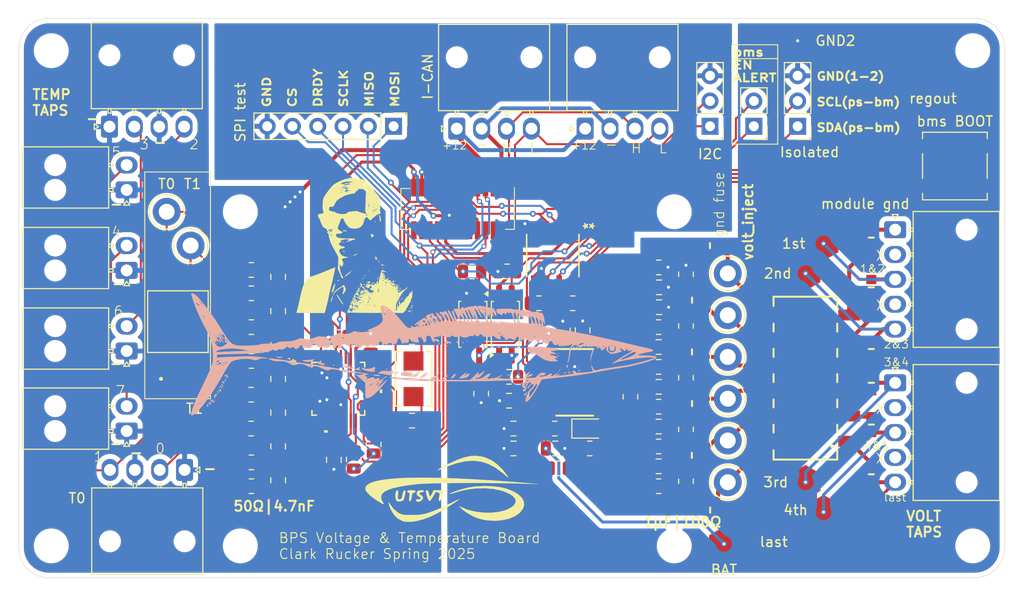
<source format=kicad_pcb>
(kicad_pcb (version 20241229) (generator "pcbnew") (generator_version "9.0")
  (title_block (title "BPS VoltTemp Board"))
  (layers (0 "F.Cu" signal) (2 "B.Cu" signal) (13 "F.Paste" user) (15 "B.Paste" user) (5 "F.SilkS" user "F.Silkscreen") (7 "B.SilkS" user "B.Silkscreen") (1 "F.Mask" user) (3 "B.Mask" user) (25 "Edge.Cuts" user))
  (net 0 "")
  (net 1 "GND")
  (net 2 "+3.3V")
  (net 3 "Net-(U6-CAP)")
  (net 4 "GNDA")
  (net 5 "+3.3VA")
  (net 6 "GND2")
  (net 7 "Net-(U2-CAP1)")
  (net 8 "/regout")
  (net 9 "Net-(U2-ALERT)")
  (net 10 "Net-(U2-REGSRC)")
  (net 11 "Net-(U2-BAT)")
  (net 12 "/VC1")
  (net 13 "/VC2")
  (net 14 "/VC3")
  (net 15 "/VC4")
  (net 16 "/VC0")
  (net 17 "/Thermistor town/AIN3")
  (net 18 "/Thermistor town/AIN4")
  (net 19 "/Thermistor town/AIN2")
  (net 20 "/Thermistor town/AIN0")
  (net 21 "/Thermistor town/AIN1")
  (net 22 "/Thermistor town/AIN5")
  (net 23 "/Thermistor town/xtal1")
  (net 24 "/Thermistor town/xtal2")
  (net 26 "/Thermistor town/AIN6")
  (net 27 "/3&4COM")
  (net 28 "/2&3COM")
  (net 30 "/Thermistor town/AIN7")
  (net 31 "/1&2COM")
  (net 32 "/Thermistor town/temp1")
  (net 33 "/Thermistor town/temp0")
  (net 34 "+12V")
  (net 35 "GNDPWR")
  (net 36 "/I-CAN_L")
  (net 37 "/I-CAN_H")
  (net 38 "/Thermistor town/temp3")
  (net 39 "/Thermistor town/temp2")
  (net 40 "/Thermistor town/temp4")
  (net 41 "/Thermistor town/temp5")
  (net 42 "/last_cell")
  (net 43 "Net-(D1-K)")
  (net 44 "/SYNC")
  (net 45 "/adCS")
  (net 46 "Net-(F1-Pad1)")
  (net 47 "Net-(C22-Pad1)")
  (net 48 "Net-(C23-Pad1)")
  (net 49 "/bmsEN")
  (net 50 "/bmsALERT")
  (net 51 "/VC5")
  (net 52 "/DRDY")
  (net 53 "/adSCLK")
  (net 54 "Net-(J1-Pin_5)")
  (net 55 "/adMOSI")
  (net 56 "Net-(J1-Pin_3)")
  (net 57 "/adMISO")
  (net 61 "/bmSDA")
  (net 62 "/bmSCL")
  (net 63 "Net-(J1-Pin_1)")
  (net 65 "/psSCL")
  (net 66 "/psSDA")
  (net 68 "Net-(J7-Pin_2)")
  (net 69 "Net-(J7-Pin_4)")
  (net 70 "Net-(R3-Pad2)")
  (net 71 "Net-(F2-Pad1)")
  (net 72 "Net-(R5-Pad2)")
  (net 73 "Net-(F3-Pad1)")
  (net 74 "Net-(J2-Pin_5)")
  (net 75 "Net-(J2-Pin_3)")
  (net 76 "Net-(F4-Pad1)")
  (net 77 "Net-(J2-Pin_1)")
  (net 78 "Net-(F5-Pad1)")
  (net 79 "Net-(F6-Pad1)")
  (net 80 "Net-(F7-Pad1)")
  (net 81 "Net-(F8-Pad1)")
  (net 82 "Net-(F9-Pad1)")
  (net 83 "/4&5COM")
  (net 84 "Net-(F10-Pad1)")
  (net 86 "Net-(F11-Pad1)")
  (net 87 "Net-(F12-Pad1)")
  (net 90 "/Thermistor town/temp6")
  (net 91 "/Thermistor town/temp7")
  (net 95 "/BMSboot")
  (footprint "Connector_Molex:Molex_Nano-Fit_105313-xx02_1x02_P2.50mm_Horizontal" (layer "F.Cu") (at 109.98 95 180)
    (property "Reference" "J10" (hide yes))
    (property "Value" "extratemp3")
  )
  (footprint "footprints:XTAL_ABM3-8.000MHZ-D2Y-T_ABR" (layer "F.Cu") (at 138.8 97.8 90)
    (property "Reference" "XTAL1" (hide yes))
    (property "Value" "ABM3-8.000MHZ-D2Y-T")
  )
  (footprint "Resistor_SMD:R_0805_2012Metric" (layer "F.Cu") (at 166.18 97.6875 90)
    (property "Reference" "R14" (hide yes))
    (property "Value" "0Ω")
  )
  (footprint "TestPoint:TestPoint_Keystone_5010-5014_Multipurpose" (layer "F.Cu") (at 114 81)
    (property "Reference" "T0")
    (property "Value" "temp0inject")
  )
  (footprint "Capacitor_SMD:C_0805_2012Metric" (layer "F.Cu") (at 163.43 106.6 180)
    (property "Reference" "C6" (hide yes))
    (property "Value" "1μF")
  )
  (footprint "Resistor_SMD:R_0805_2012Metric" (layer "F.Cu") (at 154.8 90.2)
    (property "Reference" "R9" (hide yes))
    (property "Value" "10kΩ")
  )
  (footprint "Resistor_SMD:R_0805_2012Metric" (layer "F.Cu") (at 166.18 92.4875 90)
    (property "Reference" "R15" (hide yes))
    (property "Value" "0Ω")
  )
  (footprint "MountingHole:MountingHole_3mm" (layer "F.Cu") (at 102.4 64.8)
    (property "Reference" "H1" (hide yes))
    (property "Value" "MountingHole")
  )
  (footprint "footprints:SOIC8_D_TEX" (layer "F.Cu") (at 152.8 85.4 -90)
    (property "Reference" "U4" (hide yes))
    (property "Value" "ISO1641BDR")
  )
  (footprint "UTSVT_Special:TestPoint_HEX_3mmID" (layer "F.Cu") (at 180 84.2)
    (property "Reference" "1st")
    (property "Value" "1&2 COM")
  )
  (footprint "footprints:SW_DS04-254-2-02BK-SMT-TR" (layer "F.Cu") (at 115.13 92.05 90)
    (property "Reference" "S2" (hide yes))
    (property "Value" "DS04-254-2-02BK-SMT-TR")
  )
  (footprint "Resistor_SMD:R_0805_2012Metric" (layer "F.Cu") (at 122.5125 89.2 180)
    (property "Reference" "R29" (hide yes))
    (property "Value" "50Ω")
  )
  (footprint "Capacitor_SMD:C_0805_2012Metric" (layer "F.Cu") (at 163.48 90.6 180)
    (property "Reference" "C10" (hide yes))
    (property "Value" "1μF")
  )
  (footprint "footprints:TQFP32_PBS_TEX" (layer "F.Cu") (at 131.25 98.8)
    (property "Reference" "U6" (hide yes))
    (property "Value" "ADS131M08QPBSRQ1")
  )
  (footprint "Capacitor_SMD:C_0805_2012Metric" (layer "F.Cu") (at 138.65 93.6 180)
    (property "Reference" "C22" (hide yes))
    (property "Value" "18pF")
  )
  (footprint "TestPoint:TestPoint_Keystone_5010-5014_Multipurpose" (layer "F.Cu") (at 170.38 99.8)
    (property "Reference" "TP11" (hide yes))
    (property "Value" "3&4inject")
  )
  (footprint "Resistor_SMD:R_0805_2012Metric" (layer "F.Cu") (at 122.5125 106.2 180)
    (property "Reference" "R24" (hide yes))
    (property "Value" "50Ω")
  )
  (footprint "UTSVT_Special:Hallock_Image_Tiny" (layer "F.Cu") (at 132.4 84.2)
    (property "Reference" "G***" (hide yes))
    (property "Value" "LOGO" (hide yes))
  )
  (footprint "Capacitor_SMD:C_0805_2012Metric" (layer "F.Cu") (at 125.2 108 -90)
    (property "Reference" "C12" (hide yes))
    (property "Value" "4.7nF")
  )
  (footprint "UTSVT_Special:ptc_fuse_FUSC1607X75N" (layer "F.Cu") (at 168.61 111 180)
    (property "Reference" "F7" (hide yes))
    (property "Value" "10mA" (hide yes))
  )
  (footprint "TestPoint:TestPoint_Keystone_5010-5014_Multipurpose" (layer "F.Cu") (at 170.38 91.4)
    (property "Reference" "TP13" (hide yes))
    (property "Value" "1&2inject")
  )
  (footprint "UTSVT_Special:ptc_fuse_FUSC1607X75N" (layer "F.Cu") (at 166.77 105.4875 180)
    (property "Reference" "F8" (hide yes))
    (property "Value" "10mA" (hide yes))
  )
  (footprint "UTSVT_Special:UTSVT_Logo_Symbol" (layer "F.Cu") (at 142.4 109)
    (property "Reference" "G***" (hide yes))
    (property "Value" "LOGO" (hide yes))
  )
  (footprint "Resistor_SMD:R_0805_2012Metric" (layer "F.Cu") (at 156.5125 104.8)
    (property "Reference" "R7" (hide yes))
    (property "Value" "1kΩ")
  )
  (footprint "Capacitor_SMD:C_0805_2012Metric" (layer "F.Cu") (at 163.48 88.6)
    (property "Reference" "C11" (hide yes))
    (property "Value" "1μF")
  )
  (footprint "Connector_Molex:Molex_Nano-Fit_105313-xx04_1x04_P2.50mm_Horizontal" (layer "F.Cu") (at 108.25 72.44 90)
    (property "Reference" "J8" (hide yes))
    (property "Value" "temptap1")
  )
  (footprint "MountingHole:MountingHole_3mm" (layer "F.Cu") (at 195 114.6)
    (property "Reference" "H1" (hide yes))
    (property "Value" "MountingHole")
  )
  (footprint "TestPoint:TestPoint_Keystone_5010-5014_Multipurpose" (layer "F.Cu") (at 170.38 104)
    (property "Reference" "TP10" (hide yes))
    (property "Value" "4&5inject")
  )
  (footprint "Resistor_SMD:R_0805_2012Metric" (layer "F.Cu") (at 163.4425 86.6)
    (property "Reference" "R22" (hide yes))
    (property "Value" "100Ω")
  )
  (footprint "Resistor_SMD:R_0805_2012Metric" (layer "F.Cu") (at 166.18 87.2875 90)
    (property "Reference" "R16" (hide yes))
    (property "Value" "0Ω")
  )
  (footprint "Resistor_SMD:R_0805_2012Metric" (layer "F.Cu") (at 153.8 92.9125 90)
    (property "Reference" "R2" (hide yes))
    (property "Value" "500kΩ")
  )
  (footprint "Resistor_SMD:R_0805_2012Metric" (layer "F.Cu") (at 122.5125 86.85 180)
    (property "Reference" "R30" (hide yes))
    (property "Value" "50Ω")
  )
  (footprint "UTSVT_Special:ptc_fuse_FUSC1607X75N" (layer "F.Cu") (at 184.8 98.2 90)
    (property "Reference" "F3" (hide yes))
    (property "Value" "10mA" (hide yes))
  )
  (footprint "Capacitor_SMD:C_0805_2012Metric" (layer "F.Cu") (at 163.43 102.6 180)
    (property "Reference" "C7" (hide yes))
    (property "Value" "1μF")
  )
  (footprint "Resistor_SMD:R_0805_2012Metric" (layer "F.Cu") (at 122.5125 108.6 180)
    (property "Reference" "R23" (hide yes))
    (property "Value" "50Ω")
  )
  (footprint "TestPoint:TestPoint_Keystone_5010-5014_Multipurpose" (layer "F.Cu") (at 170.38 87.2)
    (property "Reference" "TP14" (hide yes))
    (property "Value" "cellgndinject")
  )
  (footprint "Connector_Molex:Molex_Nano-Fit_105313-xx02_1x02_P2.50mm_Horizontal" (layer "F.Cu") (at 109.98 78.8 180)
    (property "Reference" "J11" (hide yes))
    (property "Value" "extratemp2")
  )
  (footprint "UTSVT_Special:ptc_fuse_FUSC1607X75N" (layer "F.Cu") (at 166.79 89.8875 180)
    (property "Reference" "F11" (hide yes))
    (property "Value" "10mA" (hide yes))
  )
  (footprint "MountingHole:MountingHole_3mm" (layer "F.Cu") (at 102.4 114.6)
    (property "Reference" "H1" (hide yes))
    (property "Value" "MountingHole")
  )
  (footprint "Connector_Molex:Molex_Nano-Fit_105313-xx04_1x04_P2.50mm_Horizontal" (layer "F.Cu") (at 156.05 72.64 90)
    (property "Reference" "J6" (hide yes))
    (property "Value" "I-CAN connector")
  )
  (footprint "TestPoint:TestPoint_Keystone_5010-5014_Multipurpose" (layer "F.Cu") (at 170.38 95.6)
    (property "Reference" "TP12" (hide yes))
    (property "Value" "2&3inject")
  )
  (footprint "Resistor_SMD:R_0805_2012Metric" (layer "F.Cu") (at 163.43 96.6)
    (property "Reference" "R20" (hide yes))
    (property "Value" "100Ω")
  )
  (footprint "UTSVT_Special:ptc_fuse_FUSC1607X75N" (layer "F.Cu") (at 184.8 83.6 90)
    (property "Reference" "F6" (hide yes))
    (property "Value" "40mA" (hide yes))
  )
  (footprint "Capacitor_SMD:C_0805_2012Metric" (layer "F.Cu") (at 155.8 92.93 -90)
    (property "Reference" "C1" (hide yes))
    (property "Value" "4.7pF")
  )
  (footprint "UTSVT_Special:TestPoint_HEX_3mmID" (layer "F.Cu") (at 177.4 63.8 90)
    (property "Reference" "GND2")
    (property "Value" "VSS tap")
  )
  (footprint "UTSVT_Special:ptc_fuse_FUSC1607X75N" (layer "F.Cu") (at 184.8 94.8 90)
    (property "Reference" "F4" (hide yes))
    (property "Value" "10mA" (hide yes))
  )
  (footprint "Connector_PinHeader_2.54mm:PinHeader_1x02_P2.54mm_Vertical" (layer "F.Cu") (at 173 72.4 180)
    (property "Reference" "J14" (hide yes))
    (property "Value" "alert/en_test")
  )
  (footprint "Resistor_SMD:R_0805_2012Metric" (layer "F.Cu") (at 134.8 104.4 -90)
    (property "Reference" "R32" (hide yes))
    (property "Value" "100kΩ")
  )
  (footprint "UTSVT_Special:TestPoint_HEX_3mmID" (layer "F.Cu") (at 195.2 69.6 -90)
    (property "Reference" "regout")
    (property "Value" "regout testpoint")
  )
  (footprint "Capacitor_SMD:C_0805_2012Metric" (layer "F.Cu") (at 138.65 102 180)
    (property "Reference" "C23" (hide yes))
    (property "Value" "18pF")
  )
  (footprint "Capacitor_SMD:C_0805_2012Metric" (layer "F.Cu") (at 130.8 105.95 -90)
    (property "Reference" "C19" (hide yes))
    (property "Value" "1μF")
  )
  (footprint "Resistor_SMD:R_0805_2012Metric" (layer "F.Cu") (at 122.4875 102.8 180)
    (property "Reference" "R25" (hide yes))
    (property "Value" "50Ω")
  )
  (footprint "Button_Switch_SMD:SW_SPST_B3SL-1002P" (layer "F.Cu") (at 193.2 76.4)
    (property "Reference" "bms BOOT")
    (property "Value" "BMS_BOOT")
  )
  (footprint "UTSVT_Special:TestPoint_HEX_3mmID" (layer "F.Cu") (at 178.2 114.2)
    (property "Reference" "last")
    (property "Value" "last_cell")
  )
  (footprint "Resistor_SMD:R_0805_2012Metric" (layer "F.Cu") (at 132.8 105.9125 90)
    (property "Reference" "R31" (hide yes))
    (property "Value" "100kΩ")
  )
  (footprint "Resistor_SMD:R_0805_2012Metric" (layer "F.Cu") (at 163.43 104.6)
    (property "Reference" "R18" (hide yes))
    (property "Value" "100Ω")
  )
  (footprint "TestPoint:TestPoint_Keystone_5010-5014_Multipurpose" (layer "F.Cu") (at 116.4 84.4)
    (property "Reference" "T1")
    (property "Value" "temp1inject")
  )
  (footprint "Capacitor_SMD:C_0805_2012Metric" (layer "F.Cu") (at 134.5 94.2 -90)
    (property "Reference" "C21" (hide yes))
    (property "Value" "220nF")
  )
  (footprint "Capacitor_SMD:C_0805_2012Metric" (layer "F.Cu") (at 148.85 102.8)
    (property "Reference" "C4" (hide yes))
    (property "Value" "4.7μF")
  )
  (footprint "Resistor_SMD:R_0805_2012Metric" (layer "F.Cu") (at 122.4875 99.4 180)
    (property "Reference" "R26" (hide yes))
    (property "Value" "50Ω")
  )
  (footprint "Resistor_SMD:R_0805_2012Metric" (layer "F.Cu") (at 166.18 108.0875 90)
    (property "Reference" "R12" (hide yes))
    (property "Value" "0Ω")
  )
  (footprint "UTSVT_Special:TestPoint_HEX_3mmID" (layer "F.Cu") (at 180 111.2)
    (property "Reference" "4th")
    (property "Value" "4&5 COM")
  )
  (footprint "Capacitor_SMD:C_0805_2012Metric" (layer "F.Cu") (at 125.2 104.6 -90)
    (property "Reference" "C13" (hide yes))
    (property "Value" "4.7nF")
  )
  (footprint "Resistor_SMD:R_0805_2012Metric" (layer "F.Cu") (at 163.43 108.6)
    (property "Reference" "R17" (hide yes))
    (property "Value" "100Ω")
  )
  (footprint "Capacitor_SMD:C_0805_2012Metric" (layer "F.Cu") (at 125.2 97.8 -90)
    (property "Reference" "C15" (hide yes))
    (property "Value" "4.7nF")
  )
  (footprint "UTSVT_Special:ptc_fuse_FUSC1607X75N" (layer "F.Cu") (at 184.8 88.6 90)
    (property "Reference" "F5" (hide yes))
    (property "Value" "10mA" (hide yes))
  )
  (footprint "Resistor_SMD:R_0805_2012Metric" (layer "F.Cu") (at 160.6 99.6 -90)
    (property "Reference" "R11" (hide yes))
    (property "Value" "0Ω")
  )
  (footprint "Resistor_SMD:R_0805_2012Metric" (layer "F.Cu") (at 153.4 106.8)
    (property "Reference" "R8" (hide yes))
    (property "Value" "1kΩ")
  )
  (footprint "UTSVT_Special:TestPoint_HEX_3mmID" (layer "F.Cu") (at 178.2 87.2)
    (property "Reference" "2nd")
    (property "Value" "2&3 COM")
  )
  (footprint "Capacitor_SMD:C_0805_2012Metric" (layer "F.Cu") (at 125.2 101.2 -90)
    (property "Reference" "C14" (hide yes))
    (property "Value" "4.7nF")
  )
  (footprint "Capacitor_SMD:C_0805_2012Metric" (layer "F.Cu") (at 125.2 91 -90)
    (property "Reference" "C17" (hide yes))
    (property "Value" "4.7nF")
  )
  (footprint "Resistor_SMD:R_0805_2012Metric" (layer "F.Cu") (at 151.4 90.2 180)
    (property "Reference" "R10" (hide yes))
    (property "Value" "10kΩ")
  )
  (footprint "UTSVT_Special:TestPoint_HEX_3mmID" (layer "F.Cu") (at 178.2 81.2)
    (property "Reference" "module gnd")
    (property "Value" "GND2")
  )
  (footprint "Resistor_SMD:R_0805_2012Metric" (layer "F.Cu") (at 163.43 100.6)
    (property "Reference" "R19" (hide yes))
    (property "Value" "100Ω")
  )
  (footprint "Resistor_SMD:R_0805_2012Metric" (layer "F.Cu") (at 145.6 99.2875 90)
    (property "Reference" "R6" (hide yes))
    (property "Value" "10kΩ")
  )
  (footprint "UTSVT_Special:TestPoint_HEX_3mmID" (layer "F.Cu") (at 170 114.4)
    (property "Reference" "BAT")
    (property "Value" "BAT tap")
  )
  (footprint "footprints:PW0020A_N" (layer "F.Cu") (at 155 98.2)
    (property "Reference" "U2" (hide yes))
    (property "Value" "BQ7692003PW")
  )
  (footprint "UTSVT_Special:ptc_fuse_FUSC1607X75N" (layer "F.Cu") (at 184.8 102.4 -90)
    (property "Reference" "F2" (hide yes))
    (property "Value" "10mA" (hide yes))
  )
  (footprint "footprints:418121270806" (layer "F.Cu") (at 178.18 97.73 90)
    (property "Reference" "S1" (hide yes))
    (property "Value" "418121270806")
  )
  (footprint "UTSVT_Special:TestPoint_HEX_3mmID" (layer "F.Cu") (at 178.2 108.2)
    (property "Reference" "3rd")
    (property "Value" "3&4 COM")
  )
  (footprint "Connector_Molex:Molex_Nano-Fit_105313-xx02_1x02_P2.50mm_Horizontal" (layer "F.Cu") (at 109.98 86.9 180)
    (property "Reference" "J9" (hide yes))
    (property "Value" "extratemp1")
  )
  (footprint "UTSVT_Special:ptc_fuse_FUSC1607X75N" (layer "F.Cu") (at 184.8 107.4 -90)
    (property "Reference" "F1" (hide yes))
    (property "Value" "10mA" (hide yes))
  )
  (footprint "Capacitor_SMD:C_0805_2012Metric" (layer "F.Cu") (at 153.05 104.8 180)
    (property "Reference" "C2" (hide yes))
    (property "Value" "10μF")
  )
  (footprint "TestPoint:TestPoint_Keystone_5010-5014_Multipurpose" (layer "F.Cu") (at 170.38 108.2)
    (property "Reference" "TP9" (hide yes))
    (property "Value" "last_inject")
  )
  (footprint "Capacitor_SMD:C_0805_2012Metric" (layer "F.Cu") (at 163.43 94.6 180)
    (property "Reference" "C9" (hide yes))
    (property "Value" "1μF")
  )
  (footprint "Resistor_SMD:R_0805_2012Metric" (layer "F.Cu") (at 144.6875 87)
    (property "Reference" "R5" (hide yes))
    (property "Value" "2kΩ")
  )
  (footprint "Connector_PinHeader_2.54mm:PinHeader_1x03_P2.54mm_Vertical" (layer "F.Cu") (at 177.4 72.4 180)
    (property "Reference" "Isolated")
    (property "Value" "bms i2c test")
  )
  (footprint "Connector_Molex:Molex_Nano-Fit_105313-xx05_1x05_P2.50mm_Horizontal" (layer "F.Cu") (at 187.2 98.2)
    (property "Reference" "J1" (hide yes))
    (property "Value" "VoltTap2")
  )
  (footprint "MountingHole:MountingHole_3mm" (layer "F.Cu") (at 195 64.8)
    (property "Reference" "H1" (hide yes))
    (property "Value" "MountingHole")
  )
  (footprint "Resistor_SMD:R_0805_2012Metric" (layer "F.Cu") (at 166.18 102.8875 90)
    (property "Reference" "R13" (hide yes))
    (property "Value" "0Ω")
  )
  (footprint "Capacitor_SMD:C_0805_2012Metric" (layer "F.Cu") (at 148.85 104.8)
    (property "Reference" "C5" (hide yes))
    (property "Value" "1μF")
  )
  (footprint "Connector_Molex:Molex_Nano-Fit_105313-xx04_1x04_P2.50mm_Horizontal" (layer "F.Cu") (at 143.15 72.64 90)
    (property "Reference" "I-CAN")
    (property "Value" "I-CAN connector")
  )
  (footprint "Resistor_SMD:R_0805_2012Metric" (layer "F.Cu") (at 148.2 87)
    (property "Reference" "R1" (hide yes))
    (property "Value" "10kΩ")
  )
  (footprint "Package_SO:SSOP-4_4.4x2.6mm_P1.27mm" (layer "F.Cu") (at 148.035 92.325 90)
    (property "Reference" "U1" (hide yes))
    (property "Value" "EL3H7")
  )
  (footprint "Capacitor_SMD:C_0805_2012Metric" (layer "F.Cu") (at 131.2 93.6004 180)
    (property "Reference" "C20" (hide yes))
    (property "Value" "1μF")
  )
  (footprint "Connector_PinHeader_2.54mm:PinHeader_1x03_P2.54mm_Vertical" (layer "F.Cu") (at 168.6 72.4 180)
    (property "Reference" "I2C")
    (property "Value" "psom bms i2c test")
  )
  (footprint "UTSVT_Special:PeripheralSOM" (layer "F.Cu") (at 140.01226 99.03774 90)
    (property "Reference" "U5" (hide yes))
    (property "Value" "PeripheralSOM" (hide yes))
  )
  (footprint "Resistor_SMD:R_0805_2012Metric" (layer "F.Cu") (at 163.43 92.6)
    (property "Reference" "R21" (hide yes))
    (property "Value" "100Ω")
  )
  (footprint "Connector_PinHeader_2.54mm:PinHeader_1x06_P2.54mm_Vertical" (layer "F.Cu") (at 136.8 72.4 -90)
    (property "Reference" "SPI test")
    (property "Value" "SPI test")
  )
  (footprint "Connector_Molex:Molex_Nano-Fit_105313-xx04_1x04_P2.50mm_Horizontal" (layer "F.Cu") (at 115.8 106.96 -90)
    (property "Reference" "J7" (hide yes))
    (property "Value" "temptap0")
  )
  (footprint "UTSVT_Special:ptc_fuse_FUSC1607X75N" (layer "F.Cu") (at 166.78 95.0875 180)
    (property "Reference" "F10" (hide yes))
    (property "Value" "10mA" (hide yes))
  )
  (footprint "Capacitor_SMD:C_0805_2012Metric" (layer "F.Cu") (at 163.43 98.6 180)
    (property "Reference" "C8" (hide yes))
    (property "Value" "1μF")
  )
  (footprint "Package_SO:SSOP-4_4.4x2.6mm_P1.27mm" (layer "F.Cu") (at 144.765 92.325 -90)
    (property "Reference" "U3" (hide yes))
    (property "Value" "EL3H7")
  )
  (footprint "UTSVT_Special:TestPoint_HEX_3mmID" (layer "F.Cu") (at 105 107)
    (property "Reference" "T0")
    (property "Value" "t0test")
  )
  (footprint "UTSVT_Special:ptc_fuse_FUSC1607X75N" (layer "F.Cu") (at 168.59 84.4 180)
    (property "Reference" "F12" (hide yes))
    (property "Value" "40mA" (hide yes))
  )
  (footprint "Connector_Molex:Molex_Nano-Fit_105313-xx02_1x02_P2.50mm_Horizontal" (layer "F.Cu") (at 109.98 103.05 180)
    (property "Reference" "J12" (hide yes))
    (property "Value" "extratemp4")
  )
  (footprint "UTSVT_Special:TestPoint_HEX_3mmID" (layer "F.Cu") (at 116.6 103.4)
    (property "Reference" "T1")
    (property "Value" "t1test")
  )
  (footprint "Capacitor_SMD:C_0805_2012Metric" (layer "F.Cu") (at 125.2 94.4 -90)
    (property "Reference" "C16" (hide yes))
    (property "Value" "4.7nF")
  )
  (footprint "Resistor_SMD:R_0805_2012Metric" (layer "F.Cu") (at 122.5125 92.6 180)
    (property "Reference" "R28" (hide yes))
    (property "Value" "50Ω")
  )
  (footprint "Resistor_SMD:R_0805_2012Metric" (layer "F.Cu") (at 148.4 97.6 180)
    (property "Reference" "R3" (hide yes))
    (property "Value" "100Ω")
  )
  (footprint "Capacitor_SMD:C_0805_2012Metric" (layer "F.Cu") (at 148.4 100)
    (property "Reference" "C3" (hide yes))
    (property "Value" "1μF")
  )
  (footprint "Capacitor_SMD:C_0805_2012Metric" (layer "F.Cu") (at 125.2 87.55 -90)
    (property "Reference" "C18" (hide yes))
    (property "Value" "4.7nF")
  )
  (footprint "Diode_SMD:D_0805_2012Metric" (layer "F.Cu") (at 156.4 102.8)
    (property "Reference" "D1" (hide yes))
    (property "Value" "D_Zener_Small")
  )
  (footprint "Resistor_SMD:R_0805_2012Metric" (layer "F.Cu") (at 153 102.8)
    (property "Reference" "R4" (hide yes))
    (property "Value" "100Ω")
  )
  (footprint "Connector_Molex:Molex_Nano-Fit_105313-xx05_1x05_P2.50mm_Horizontal" (layer "F.Cu") (at 187.2 82.8)
    (property "Reference" "J2" (hide yes))
    (property "Value" "VoltTap1")
  )
  (footprint "UTSVT_Special:ptc_fuse_FUSC1607X75N" (layer "F.Cu") (at 166.79 100.2875 180)
    (property "Reference" "F9" (hide yes))
    (property "Value" "10mA" (hide yes))
  )
  (footprint "Resistor_SMD:R_0805_2012Metric" (layer "F.Cu") (at 122.5125 96 180)
    (property "Reference" "R27" (hide yes))
    (property "Value" "50Ω")
  )
  (footprint "LOGO" (layer "B.Cu") (at 139.8541 95.2473 180)
    (property "Reference" "G***" (hide yes))
    (property "Value" "LOGO" (hide yes))
  )
  (gr_line (start 111.8 77) (end 118.4 77) (stroke (width 0.1)) (layer "F.SilkS"))
  (gr_line (start 111.8 89.4) (end 111.8 77) (stroke (width 0.1)) (layer "F.SilkS"))
  (gr_line (start 111.8 99.8) (end 118.4 99.8) (stroke (width 0.1)) (layer "F.SilkS"))
  (gr_line (start 170.8 64.2) (end 175.4 64.2) (stroke (width 0.1)) (layer "F.SilkS"))
  (gr_line (start 175.4 64.2) (end 175.4 74.2) (stroke (width 0.1)) (layer "F.SilkS"))
  (gr_line (start 111.8 89.4) (end 111.8 99.8) (stroke (width 0.1)) (layer "F.SilkS"))
  (gr_line (start 170.8 65.6) (end 175.4 65.6) (stroke (width 0.1)) (layer "F.SilkS"))
  (gr_line (start 118.4 77) (end 118.4 80.4) (stroke (width 0.1)) (layer "F.SilkS"))
  (gr_line (start 118.4 99.8) (end 118.4 80.4) (stroke (width 0.1)) (layer "F.SilkS"))
  (gr_line (start 170.8 74.2) (end 170.8 64.2) (stroke (width 0.1)) (layer "F.SilkS"))
  (gr_line (start 175.4 74.2) (end 170.8 74.2) (stroke (width 0.1)) (layer "F.SilkS"))
  (gr_arc (start 198.2 114.8) (mid 197.32132 116.92132) (end 195.2 117.8) (stroke (width 0.05)) (layer "Edge.Cuts"))
  (gr_arc (start 195.2 61.55) (mid 197.32132 62.42868) (end 198.2 64.55) (stroke (width 0.05)) (layer "Edge.Cuts"))
  (gr_arc (start 99.15 64.55) (mid 100.02868 62.42868) (end 102.15 61.55) (stroke (width 0.05)) (layer "Edge.Cuts"))
  (gr_line (start 198.2 64.55) (end 198.2 114.8) (stroke (width 0.05)) (layer "Edge.Cuts"))
  (gr_line (start 102.15 61.55) (end 195.2 61.55) (stroke (width 0.05)) (layer "Edge.Cuts"))
  (gr_line (start 99.15 114.8) (end 99.15 64.55) (stroke (width 0.05)) (layer "Edge.Cuts"))
  (gr_arc (start 102.15 117.8) (mid 100.02868 116.92132) (end 99.15 114.8) (stroke (width 0.05)) (layer "Edge.Cuts"))
  (gr_line (start 195.2 117.8) (end 102.15 117.8) (stroke (width 0.05)) (layer "Edge.Cuts"))
  (gr_text "-" (at 108.4 88.8 0) (layer "F.SilkS") (effects (font (size 1 1) (thickness 0.2) (bold yes)) (justify left bottom)))
  (gr_text "5" (at 108.4 75.6 0) (layer "F.SilkS") (effects (font (size 1 1) (thickness 0.1)) (justify left bottom)))
  (gr_text "+12" (at 141.6 74.8 0) (layer "F.SilkS") (effects (font (size 0.8 0.8) (thickness 0.1)) (justify left bottom)))
  (gr_text "last\n" (at 186 110.2 0) (layer "F.SilkS") (effects (font (size 0.8 0.8) (thickness 0.1)) (justify left bottom)))
  (gr_text "1&2\n" (at 183.6 87.2 0) (layer "F.SilkS") (effects (font (size 0.8 0.8) (thickness 0.1)) (justify left bottom)))
  (gr_text "TEMP\nTAPS\n" (at 100.4 71.4 0) (layer "F.SilkS") (effects (font (size 1 1) (thickness 0.2) (bold yes)) (justify left bottom)))
  (gr_text "VOLT\nTAPS" (at 188.2 113.8 0) (layer "F.SilkS") (effects (font (size 1 1) (thickness 0.2) (bold yes)) (justify left bottom)))
  (gr_text "H\n" (at 160.6 75.2 0) (layer "F.SilkS") (effects (font (size 1 1) (thickness 0.1)) (justify left bottom)))
  (gr_text "2&3\n" (at 186 94.8 0) (layer "F.SilkS") (effects (font (size 0.8 0.8) (thickness 0.1)) (justify left bottom)))
  (gr_text "6" (at 108.6 91.6 0) (layer "F.SilkS") (effects (font (size 1 1) (thickness 0.1)) (justify left bottom)))
  (gr_text "-" (at 158 74.8 0) (layer "F.SilkS") (effects (font (size 1 1) (thickness 0.1)) (justify left bottom)))
  (gr_text "-" (at 117.6 107.4 0) (layer "F.SilkS") (effects (font (size 1 1) (thickness 0.2) (bold yes)) (justify left bottom)))
  (gr_text "1" (at 106.6 106.2 0) (layer "F.SilkS") (effects (font (size 1 1) (thickness 0.1)) (justify left bottom)))
  (gr_text "+12" (at 154.6 74.8 0) (layer "F.SilkS") (effects (font (size 0.8 0.8) (thickness 0.1)) (justify left bottom)))
  (gr_text "GND(1-2)\n\nSCL(ps-bm)\n\nSDA(ps-bm)\n" (at 179.2 73 0) (layer "F.SilkS") (effects (font (size 0.8 0.9) (thickness 0.2) (bold yes)) (justify left bottom)))
  (gr_text "4&5\n" (at 184 105 0) (layer "F.SilkS") (effects (font (size 0.8 0.8) (thickness 0.1)) (justify left bottom)))
  (gr_text "H\n" (at 147.6 75.2 0) (layer "F.SilkS") (effects (font (size 1 1) (thickness 0.1)) (justify left bottom)))
  (gr_text "2" (at 116.2 74.8 0) (layer "F.SilkS") (effects (font (size 1 1) (thickness 0.1)) (justify left bottom)))
  (gr_text "X" (at 185.2 86 0) (layer "F.SilkS") (effects (font (size 1 1) (thickness 0.1)) (justify left bottom)))
  (gr_text "50Ω|4.7nF" (at 120.6 111.2 0) (layer "F.SilkS") (effects (font (size 1 1) (thickness 0.2) (bold yes)) (justify left bottom)))
  (gr_text "-" (at 108.2 80.8 0) (layer "F.SilkS") (effects (font (size 1 1) (thickness 0.2) (bold yes)) (justify left bottom)))
  (gr_text "L\n" (at 163.4 75.2 0) (layer "F.SilkS") (effects (font (size 1 1) (thickness 0.1)) (justify left bottom)))
  (gr_text "-" (at 112.6 74.6 0) (layer "F.SilkS") (effects (font (size 1 1) (thickness 0.2) (bold yes)) (justify left bottom)))
  (gr_text "L\n" (at 150.4 75.2 0) (layer "F.SilkS") (effects (font (size 1 1) (thickness 0.1)) (justify left bottom)))
  (gr_text "0\n" (at 112.8 105.4 0) (layer "F.SilkS") (effects (font (size 1 1) (thickness 0.1)) (justify left bottom)))
  (gr_text "3" (at 111.2 74.8 0) (layer "F.SilkS") (effects (font (size 1 1) (thickness 0.1)) (justify left bottom)))
  (gr_text "7" (at 108.8 99.6 0) (layer "F.SilkS") (effects (font (size 1 1) (thickness 0.1)) (justify left bottom)))
  (gr_text "-" (at 108.17 96.83 0) (layer "F.SilkS") (effects (font (size 1 1) (thickness 0.2) (bold yes)) (justify left bottom)))
  (gr_text "4" (at 108.4 83.6 0) (layer "F.SilkS") (effects (font (size 1 1) (thickness 0.1)) (justify left bottom)))
  (gr_text "3&4\n" (at 186 96.6 0) (layer "F.SilkS") (effects (font (size 0.8 0.8) (thickness 0.1)) (justify left bottom)))
  (gr_text "-" (at 110.2 105.8 0) (layer "F.SilkS") (effects (font (size 1 1) (thickness 0.2) (bold yes)) (justify left bottom)))
  (gr_text "GND\n\nCS\n\nDRDY\n\nSCLK\n\nMISO\n\nMOSI" (at 137.4 70.6 90) (layer "F.SilkS") (effects (font (size 0.8 1) (thickness 0.2) (bold yes)) (justify left bottom)))
  (gr_text "-" (at 108.17 104.88 0) (layer "F.SilkS") (effects (font (size 1 1) (thickness 0.2) (bold yes)) (justify left bottom)))
  (gr_text "X" (at 185.2 101.4 0) (layer "F.SilkS") (effects (font (size 1 1) (thickness 0.1)) (justify left bottom)))
  (gr_text "-" (at 145 74.8 0) (layer "F.SilkS") (effects (font (size 1 1) (thickness 0.1)) (justify left bottom)))
  (gr_text "X" (at 185.2 91 0) (layer "F.SilkS") (effects (font (size 1 1) (thickness 0.1)) (justify left bottom)))
  (gr_text "1μF|100Ω" (at 161.8 112.8 0) (layer "F.SilkS") (effects (font (size 1 1) (thickness 0.2) (bold yes)) (justify left bottom)))
  (gr_text "BPS Voltage & Temperature Board\nClark Rucker Spring 2025" (at 125.2 116 0) (layer "F.SilkS") (effects (font (size 1 1) (thickness 0.1)) (justify left bottom)))
  (gr_text "X" (at 185.2 106.4 0) (layer "F.SilkS") (effects (font (size 1 1) (thickness 0.1)) (justify left bottom)))
  (gr_text "volt_inject\n" (at 173 86 90) (layer "F.SilkS") (effects (font (size 1 1) (thickness 0.2) (bold yes)) (justify left bottom)))
  (gr_text "-" (at 105.8 72.2 0) (layer "F.SilkS") (effects (font (size 1 1) (thickness 0.2) (bold yes)) (justify left bottom)))
  (gr_text "bms\nEN\nALERT" (at 170.8 68 0) (layer "F.SilkS") (effects (font (size 0.8 1) (thickness 0.2) (bold yes)) (justify left bottom)))
  (gr_text "gnd fuse" (at 170.1 83.645 90) (layer "F.SilkS") (effects (font (size 1 1) (thickness 0.1)) (justify left bottom)))
  (segment (start 132.999999 95.5996) (end 132.999999 94.750001) (width 0.3) (layer "F.Cu") (net 1))
  (segment (start 150.895 82.67585) (end 150.47585 82.67585) (width 0.3) (layer "F.Cu") (net 1))
  (segment (start 139.63726 78.56274) (end 139.63726 77) (width 0.3) (layer "F.Cu") (net 1))
  (segment (start 142.83726 81.78726) (end 142.4 81.35) (width 0.3) (layer "F.Cu") (net 1))
  (segment (start 132.999999 94.750001) (end 134.5 93.25) (width 0.3) (layer "F.Cu") (net 1))
  (segment (start 150.47585 82.67585) (end 150 82.2) (width 0.3) (layer "F.Cu") (net 1))
  (segment (start 142.83726 82.86274) (end 142.83726 81.78726) (width 0.3) (layer "F.Cu") (net 1))
  (via (at 130.25 93.6004) (size 0.6) (drill 0.3) (layers "F.Cu" "B.Cu") (net 1))
  (via (at 144.13 89.2) (size 0.6) (drill 0.3) (layers "F.Cu" "B.Cu") (net 1))
  (via (at 150 82.2) (size 0.6) (drill 0.3) (layers "F.Cu" "B.Cu") (net 1))
  (via (at 142.4 81.35) (size 0.5) (drill 0.3) (layers "F.Cu" "B.Cu") (net 1))
  (via (at 134.5 93.25) (size 0.6) (drill 0.3) (layers "F.Cu" "B.Cu") (net 1))
  (via (at 147.2875 87) (size 0.6) (drill 0.3) (layers "F.Cu" "B.Cu") (net 1))
  (via (at 139.63726 77) (size 0.6) (drill 0.3) (layers "F.Cu" "B.Cu") (net 1))
  (segment (start 141.6 81.4) (end 140.8 81.4) (width 0.3) (layer "F.Cu") (net 2))
  (segment (start 149.2 85.2) (end 152.6317 85.2) (width 0.3) (layer "F.Cu") (net 2))
  (segment (start 142.03726 82.86274) (end 142.03726 84.06274) (width 0.3) (layer "F.Cu") (net 2))
  (segment (start 133.2 99.4) (end 133.2 98.2) (width 0.2) (layer "F.Cu") (net 2))
  (segment (start 138.1 76) (end 133.6 76) (width 0.3) (layer "F.Cu") (net 2))
  (segment (start 138.83726 78.56274) (end 138.83726 77) (width 0.3) (layer "F.Cu") (net 2))
  (segment (start 143.17452 85.2) (end 149.2 85.2) (width 0.3) (layer "F.Cu") (net 2))
  (segment (start 152.6317 85.2) (end 154.705 83.1267) (width 0.3) (layer "F.Cu") (net 2))
  (segment (start 147.4 88.455456) (end 148.2 87.655456) (width 0.3) (layer "F.Cu") (net 2))
  (segment (start 148.2 86.2) (end 149.2 85.2) (width 0.3) (layer "F.Cu") (net 2))
  (segment (start 138.83726 77) (end 138.83726 76.73726) (width 0.3) (layer "F.Cu") (net 2))
  (segment (start 142.03726 84.06274) (end 143.17452 85.2) (width 0.3) (layer "F.Cu") (net 2))
  (segment (start 147.4 89.2) (end 147.4 88.455456) (width 0.3) (layer "F.Cu") (net 2))
  (segment (start 133.2 98.2) (end 132.5 97.5) (width 0.2) (layer "F.Cu") (net 2))
  (segment (start 132.5 93.9504) (end 132.15 93.6004) (width 0.2) (layer "F.Cu") (net 2))
  (segment (start 132.5 95.5996) (end 132.5 93.9504) (width 0.2) (layer "F.Cu") (net 2))
  (segment (start 133.6 76) (end 132.15 77.45) (width 0.3) (layer "F.Cu") (net 2))
  (segment (start 133 99.6) (end 133.2 99.4) (width 0.2) (layer "F.Cu") (net 2))
  (segment (start 154.705 83.1267) (end 154.705 82.67585) (width 0.3) (layer "F.Cu") (net 2))
  (segment (start 132.5 97.5) (end 132.5 95.5996) (width 0.2) (layer "F.Cu") (net 2))
  (segment (start 142.03726 81.83726) (end 141.6 81.4) (width 0.3) (layer "F.Cu") (net 2))
  (segment (start 132.15 77.45) (end 132.15 93.6004) (width 0.3) (layer "F.Cu") (net 2))
  (segment (start 138.83726 76.73726) (end 138.1 76) (width 0.3) (layer "F.Cu") (net 2))
  (segment (start 142.03726 82.86274) (end 142.03726 81.83726) (width 0.3) (layer "F.Cu") (net 2))
  (segment (start 148.2 87.655456) (end 148.2 86.2) (width 0.3) (layer "F.Cu") (net 2))
  (via (at 134.8 105.3125) (size 0.6) (drill 0.3) (layers "F.Cu" "B.Cu") (net 2))
  (via (at 133 99.6) (size 0.6) (drill 0.3) (layers "F.Cu" "B.Cu") (net 2))
  (via (at 132.8 106.825) (size 0.6) (drill 0.3) (layers "F.Cu" "B.Cu") (net 2))
  (via (at 138.83726 77) (size 0.6) (drill 0.3) (layers "F.Cu" "B.Cu") (net 2))
  (via (at 140.8 81.4) (size 0.6) (drill 0.3) (layers "F.Cu" "B.Cu") (net 2))
  (segment (start 138.83726 77.119239) (end 138.83726 77) (width 0.3) (layer "B.Cu") (net 2))
  (segment (start 140.8 81.4) (end 139.2 79.8) (width 0.3) (layer "B.Cu") (net 2))
  (segment (start 133 99.6) (end 132.8 99.8) (width 0.2) (layer "B.Cu") (net 2))
  (segment (start 132.8 99.8) (end 132.8 103.3125) (width 0.2) (layer "B.Cu") (net 2))
  (segment (start 133.2875 106.825) (end 134.8 105.3125) (width 0.2) (layer "B.Cu") (net 2))
  (segment (start 139.2 77.481979) (end 138.83726 77.119239) (width 0.3) (layer "B.Cu") (net 2))
  (segment (start 132.8 103.3125) (end 134.8 105.3125) (width 0.2) (layer "B.Cu") (net 2))
  (segment (start 132.8 106.825) (end 133.2875 106.825) (width 0.2) (layer "B.Cu") (net 2))
  (segment (start 139.2 79.8) (end 139.2 77.481979) (width 0.3) (layer "B.Cu") (net 2))
  (segment (start 134.4504 97.050001) (end 134.4504 95.1996) (width 0.2) (layer "F.Cu") (net 3))
  (segment (start 134.4504 95.1996) (end 134.5 95.15) (width 0.2) (layer "F.Cu") (net 3))
  (segment (start 130.499999 100.299999) (end 130.499999 102.0004) (width 0.3) (layer "F.Cu") (net 4))
  (segment (start 129.25 97.55) (end 128.0496 97.55) (width 0.3) (layer "F.Cu") (net 4))
  (segment (start 131.5 96.8) (end 131.5 95.5996) (width 0.3) (layer "F.Cu") (net 4))
  (segment (start 130.1 99.9) (end 130.499999 100.299999) (width 0.3) (layer "F.Cu") (net 4))
  (segment (start 126.9 79.5) (end 126.4 80) (width 0.4) (layer "F.Cu") (net 4))
  (segment (start 130 96.8) (end 129.6 97.2) (width 0.3) (layer "F.Cu") (net 4))
  (segment (start 140.37452 74.8) (end 131.6 74.8) (width 0.4) (layer "F.Cu") (net 4))
  (segment (start 130.1 99.9) (end 129.750001 99.550001) (width 0.3) (layer "F.Cu") (net 4))
  (segment (start 130 102.0004) (end 130 100.65) (width 0.3) (layer "F.Cu") (net 4))
  (segment (start 130.499999 97.300001) (end 130.499999 95.5996) (width 0.3) (layer "F.Cu") (net 4))
  (segment (start 126.4 80) (end 125.9 80.5) (width 0.4) (layer "F.Cu") (net 4))
  (segment (start 129.750001 98.049999) (end 130.1 97.7) (width 0.3) (layer "F.Cu") (net 4))
  (segment (start 130 100.65) (end 129.4 100.05) (width 0.3) (layer "F.Cu") (net 4))
  (segment (start 130.1 97.7) (end 130.499999 97.300001) (width 0.3) (layer "F.Cu") (net 4))
  (segment (start 127.4 79) (end 126.9 79.5) (width 0.4) (layer "F.Cu") (net 4))
  (segment (start 129.750001 99.550001) (end 128.0496 99.550001) (width 0.3) (layer "F.Cu") (net 4))
  (segment (start 128.0496 100.05) (end 129.4 100.05) (width 0.3) (layer "F.Cu") (net 4))
  (segment (start 130 95.5996) (end 130 96.8) (width 0.3) (layer "F.Cu") (net 4))
  (segment (start 131.5 102.0004) (end 131.5 100.4) (width 0.3) (layer "F.Cu") (net 4))
  (segment (start 131.6 74.8) (end 127.4 79) (width 0.4) (layer "F.Cu") (net 4))
  (segment (start 129.6 97.2) (end 129.25 97.55) (width 0.3) (layer "F.Cu") (net 4))
  (segment (start 128.0496 98.049999) (end 129.750001 98.049999) (width 0.3) (layer "F.Cu") (net 4))
  (segment (start 142.83726 78.56274) (end 142.83726 77.26274) (width 0.4) (layer "F.Cu") (net 4))
  (segment (start 142.83726 77.26274) (end 140.37452 74.8) (width 0.4) (layer "F.Cu") (net 4))
  (via (at 130.1 99.9) (size 0.6) (drill 0.3) (layers "F.Cu" "B.Cu") (net 4))
  (via (at 129.4 100.05) (size 0.6) (drill 0.3) (layers "F.Cu" "B.Cu") (net 4))
  (via (at 126.9 79.5) (size 0.6) (drill 0.3) (layers "F.Cu" "B.Cu") (net 4))
  (via (at 127.4 79) (size 0.6) (drill 0.3) (layers "F.Cu" "B.Cu") (net 4))
  (via (at 130.1 97.7) (size 0.6) (drill 0.3) (layers "F.Cu" "B.Cu") (net 4))
  (via (at 131.5 96.8) (size 0.6) (drill 0.3) (layers "F.Cu" "B.Cu") (net 4))
  (via (at 125.9 80.5) (size 0.6) (drill 0.3) (layers "F.Cu" "B.Cu") (net 4))
  (via (at 126.4 80) (size 0.6) (drill 0.3) (layers "F.Cu" "B.Cu") (net 4))
  (via (at 131.5 100.4) (size 0.6) (drill 0.3) (layers "F.Cu" "B.Cu") (net 4))
  (via (at 129.6 97.2) (size 0.6) (drill 0.3) (layers "F.Cu" "B.Cu") (net 4))
  (via (at 130.8 106.9) (size 0.6) (drill 0.3) (layers "F.Cu" "B.Cu") (net 4))
  (segment (start 131.4 77) (end 133.1 75.3) (width 0.2) (layer "F.Cu") (net 5))
  (segment (start 139.9 75.3) (end 142.03726 77.43726) (width 0.2) (layer "F.Cu") (net 5))
  (segment (start 142.03726 77.43726) (end 142.03726 78.56274) (width 0.2) (layer "F.Cu") (net 5))
  (segment (start 133.1 75.3) (end 139.9 75.3) (width 0.2) (layer "F.Cu") (net 5))
  (segment (start 132.275735 98.124265) (end 132.275735 99.724264) (width 0.2) (layer "F.Cu") (net 5))
  (segment (start 132.5 102.0004) (end 132.5 103.3) (width 0.2) (layer "F.Cu") (net 5))
  (segment (start 132.275735 99.724264) (end 132.5 99.948529) (width 0.2) (layer "F.Cu") (net 5))
  (segment (start 131.4 91.8) (end 131.4 77) (width 0.2) (layer "F.Cu") (net 5))
  (segment (start 132.5 103.3) (end 130.8 105) (width 0.2) (layer "F.Cu") (net 5))
  (segment (start 132.5 99.948529) (end 132.5 102.0004) (width 0.2) (layer "F.Cu") (net 5))
  (via (at 131.4 91.8) (size 0.6) (drill 0.3) (layers "F.Cu" "B.Cu") (net 5))
  (via (at 132.275735 98.124265) (size 0.6) (drill 0.3) (layers "F.Cu" "B.Cu") (net 5))
  (segment (start 132.275735 95.275735) (end 132.275735 98.124265) (width 0.2) (layer "B.Cu") (net 5))
  (segment (start 131.4 91.8) (end 131.4 94.4) (width 0.2) (layer "B.Cu") (net 5))
  (segment (start 131.4 94.4) (end 132.275735 95.275735) (width 0.2) (layer "B.Cu") (net 5))
  (segment (start 150.895 88.12415) (end 150.895 87.459) (width 0.2) (layer "F.Cu") (net 6))
  (segment (start 157.775 96.575002) (end 157.950002 96.4) (width 0.4) (layer "F.Cu") (net 6))
  (segment (start 157.950002 96.4) (end 157.950002 95.925003) (width 0.4) (layer "F.Cu") (net 6))
  (segment (start 164.3775 86.5775) (end 164.355 86.6) (width 0.4) (layer "F.Cu") (net 6))
  (segment (start 166.18 86.375) (end 164.58 86.375) (width 0.4) (layer "F.Cu") (net 6))
  (segment (start 157.950002 96.575002) (end 157.950002 96.4) (width 0.4) (layer "F.Cu") (net 6))
  (segment (start 164.415 88.585) (end 164.43 88.6) (width 0.4) (layer "F.Cu") (net 6))
  (segment (start 155 96.575002) (end 157.775 96.575002) (width 0.4) (layer "F.Cu") (net 6))
  (segment (start 167.8 84.4) (end 167.8 84.755) (width 0.4) (layer "F.Cu") (net 6))
  (segment (start 150.895 87.459) (end 151.654 86.7) (width 0.2) (layer "F.Cu") (net 6))
  (segment (start 164.355 88.525) (end 164.415 88.585) (width 0.4) (layer "F.Cu") (net 6))
  (segment (start 167.8 84.755) (end 166.18 86.375) (width 0.4) (layer "F.Cu") (net 6))
  (segment (start 164.355 86.6) (end 164.355 88.525) (width 0.4) (layer "F.Cu") (net 6))
  (segment (start 152.050001 96.575002) (end 155 96.575002) (width 0.4) (layer "F.Cu") (net 6))
  (segment (start 164.43 88.6) (end 164.43 90.6) (width 0.4) (layer "F.Cu") (net 6))
  (segment (start 164.58 86.375) (end 164.3775 86.5775) (width 0.4) (layer "F.Cu") (net 6))
  (via (at 154 104.8) (size 0.6) (drill 0.3) (layers "F.Cu" "B.Cu") (net 6))
  (via (at 147.45 100) (size 0.6) (drill 0.3) (layers "F.Cu" "B.Cu") (net 6))
  (via (at 145.6 100.2) (size 0.6) (drill 0.3) (layers "F.Cu" "B.Cu") (net 6))
  (via (at 164.43 90.6) (size 0.6) (drill 0.3) (layers "F.Cu" "B.Cu") (net 6))
  (via (at 151.654 86.7) (size 0.6) (drill 0.3) (layers "F.Cu" "B.Cu") (net 6))
  (via (at 155 96.575002) (size 0.6) (drill 0.3) (layers "F.Cu" "B.Cu") (net 6))
  (via (at 155.8 91.98) (size 0.6) (drill 0.3) (layers "F.Cu" "B.Cu") (net 6))
  (via (at 164.3775 86.5775) (size 0.6) (drill 0.3) (layers "F.Cu" "B.Cu") (net 6))
  (via (at 166.18 86.375) (size 0.6) (drill 0.3) (layers "F.Cu" "B.Cu") (net 6))
  (via (at 177.4 63.8) (size 0.6) (drill 0.3) (layers "F.Cu" "B.Cu") (net 6))
  (via (at 147.9 102.8) (size 0.6) (drill 0.3) (layers "F.Cu" "B.Cu") (net 6))
  (via (at 153.8 92) (size 0.6) (drill 0.3) (layers "F.Cu" "B.Cu") (net 6))
  (via (at 164.415 88.585) (size 0.6) (drill 0.3) (layers "F.Cu" "B.Cu") (net 6))
  (via (at 147.9 104.8) (size 0.6) (drill 0.3) (layers "F.Cu" "B.Cu") (net 6))
  (via (at 148.67 95.45) (size 0.6) (drill 0.3) (layers "F.Cu" "B.Cu") (net 6))
  (segment (start 152.050001 99.175002) (end 152.025003 99.2) (width 0.2) (layer "F.Cu") (net 7))
  (segment (start 152.025003 99.2) (end 150.15 99.2) (width 0.2) (layer "F.Cu") (net 7))
  (segment (start 150.15 99.2) (end 149.35 100) (width 0.2) (layer "F.Cu") (net 7))
  (segment (start 144.13 95.45) (end 144.13 95.07) (width 0.2) (layer "F.Cu") (net 8))
  (segment (start 152.050001 99.825003) (end 151.174997 99.825003) (width 0.2) (layer "F.Cu") (net 8))
  (segment (start 145.2 101.4) (end 144.13 100.33) (width 0.2) (layer "F.Cu") (net 8))
  (segment (start 151.4 86.1) (end 156.265684 86.1) (width 0.2) (layer "F.Cu") (net 8))
  (segment (start 156.453842 85.911842) (end 164.765685 77.6) (width 0.2) (layer "F.Cu") (net 8))
  (segment (start 196.075 74.4) (end 190.325 74.4) (width 0.3) (layer "F.Cu") (net 8))
  (segment (start 145 94.2) (end 148.912378 94.2) (width 0.2) (layer "F.Cu") (net 8))
  (segment (start 181.6 77.6) (end 184.8 74.4) (width 0.2) (layer "F.Cu") (net 8))
  (segment (start 144.13 100.33) (end 144.13 95.45) (width 0.2) (layer "F.Cu") (net 8))
  (segment (start 144.13 95.07) (end 145 94.2) (width 0.2) (layer "F.Cu") (net 8))
  (segment (start 164.765685 77.6) (end 181.6 77.6) (width 0.2) (layer "F.Cu") (net 8))
  (segment (start 156.265684 86.1) (end 156.453842 85.911842) (width 0.2) (layer "F.Cu") (net 8))
  (segment (start 145.2 101.4) (end 148.4 101.4) (width 0.2) (layer "F.Cu") (net 8))
  (segment (start 154.705 88.12415) (end 154.705 89.1925) (width 0.2) (layer "F.Cu") (net 8))
  (segment (start 150.2 89.9125) (end 150.2 87.3) (width 0.2) (layer "F.Cu") (net 8))
  (segment (start 149.8 101.2) (end 149.8 102.8) (width 0.2) (layer "F.Cu") (net 8))
  (segment (start 151.174997 99.825003) (end 149.8 101.2) (width 0.2) (layer "F.Cu") (net 8))
  (segment (start 195.2 73.525) (end 196.075 74.4) (width 0.3) (layer "F.Cu") (net 8))
  (segment (start 149.8 102.8) (end 148.4 101.4) (width 0.2) (layer "F.Cu") (net 8))
  (segment (start 195.2 69.6) (end 195.2 73.525) (width 0.3) (layer "F.Cu") (net 8))
  (segment (start 184.8 74.4) (end 190.325 74.4) (width 0.2) (layer "F.Cu") (net 8))
  (segment (start 148.912378 94.2) (end 150.4875 92.624878) (width 0.2) (layer "F.Cu") (net 8))
  (segment (start 150.2 87.3) (end 151.4 86.1) (width 0.2) (layer "F.Cu") (net 8))
  (segment (start 154.705 87.660685) (end 156.453842 85.911842) (width 0.2) (layer "F.Cu") (net 8))
  (segment (start 150.4875 92.624878) (end 150.4875 90.2) (width 0.2) (layer "F.Cu") (net 8))
  (segment (start 154.705 88.12415) (end 154.705 87.660685) (width 0.2) (layer "F.Cu") (net 8))
  (segment (start 154.705 89.1925) (end 155.7125 90.2) (width 0.2) (layer "F.Cu") (net 8))
  (segment (start 150.4875 90.2) (end 150.2 89.9125) (width 0.2) (layer "F.Cu") (net 8))
  (segment (start 156.555 93.88) (end 157.950002 95.275002) (width 0.2) (layer "F.Cu") (net 9))
  (segment (start 155.7625 93.9125) (end 155.8 93.95) (width 0.2) (layer "F.Cu") (net 9))
  (segment (start 151.6 94) (end 151.775 93.825) (width 0.2) (layer "F.Cu") (net 9))
  (segment (start 153.8 93.825) (end 153.845 93.825) (width 0.2) (layer "F.Cu") (net 9))
  (segment (start 151.775 93.825) (end 153.8 93.825) (width 0.2) (layer "F.Cu") (net 9))
  (segment (start 155.8 93.88) (end 156.555 93.88) (width 0.2) (layer "F.Cu") (net 9))
  (segment (start 153.845 93.825) (end 153.9 93.88) (width 0.2) (layer "F.Cu") (net 9))
  (segment (start 153.9 93.88) (end 155.8 93.88) (width 0.2) (layer "F.Cu") (net 9))
  (via (at 151.6 94) (size 0.6) (drill 0.3) (layers "F.Cu" "B.Cu") (net 9))
  (via (at 149.3125 97.6) (size 0.6) (drill 0.3) (layers "F.Cu" "B.Cu") (net 9))
  (segment (start 151.6 94) (end 149.3125 96.2875) (width 0.2) (layer "B.Cu") (net 9))
  (segment (start 149.3125 96.2875) (end 149.3125 97.6) (width 0.2) (layer "B.Cu") (net 9))
  (segment (start 149.8 104.8) (end 150.4 104.8) (width 0.2) (layer "F.Cu") (net 10))
  (segment (start 152.050001 100.475002) (end 151.150001 100.475002) (width 0.2) (layer "F.Cu") (net 10))
  (segment (start 150.4 104.8) (end 150.8 104.4) (width 0.2) (layer "F.Cu") (net 10))
  (segment (start 150.8 100.825003) (end 150.8 104.4) (width 0.2) (layer "F.Cu") (net 10))
  (segment (start 149.8 104.8) (end 151.8 106.8) (width 0.2) (layer "F.Cu") (net 10))
  (segment (start 151.150001 100.475002) (end 150.8 100.825003) (width 0.2) (layer "F.Cu") (net 10))
  (segment (start 151.8 106.8) (end 152.4875 106.8) (width 0.2) (layer "F.Cu") (net 10))
  (segment (start 152.050001 101.125003) (end 152.050001 102.762501) (width 0.2) (layer "F.Cu") (net 11))
  (segment (start 152.1 104.8) (end 152.1 102.8125) (width 0.2) (layer "F.Cu") (net 11))
  (segment (start 152.1 102.8125) (end 152.0875 102.8) (width 0.2) (layer "F.Cu") (net 11))
  (segment (start 152.050001 102.762501) (end 152.0875 102.8) (width 0.2) (layer "F.Cu") (net 11))
  (via (at 152.1 104.8) (size 0.6) (drill 0.3) (layers "F.Cu" "B.Cu") (net 11))
  (via (at 170 114.4) (size 0.6) (drill 0.3) (layers "F.Cu" "B.Cu") (net 11))
  (segment (start 153.4 106.1) (end 153.4 107.8) (width 0.3) (layer "B.Cu") (net 11))
  (segment (start 153.4 107.8) (end 157.8 112.2) (width 0.3) (layer "B.Cu") (net 11))
  (segment (start 152.1 104.8) (end 153.4 106.1) (width 0.3) (layer "B.Cu") (net 11))
  (segment (start 167.8 112.2) (end 157.8 112.2) (width 0.3) (layer "B.Cu") (net 11))
  (segment (start 170 114.4) (end 167.8 112.2) (width 0.3) (layer "B.Cu") (net 11))
  (segment (start 162.53 92.5875) (end 162.5175 92.6) (width 0.4) (layer "F.Cu") (net 12))
  (segment (start 162.53 90.6) (end 162.53 92.5875) (width 0.4) (layer "F.Cu") (net 12))
  (segment (start 161.58 95.220306) (end 161.58 93.5375) (width 0.4) (layer "F.Cu") (net 12))
  (segment (start 158.925304 97.875002) (end 161.58 95.220306) (width 0.4) (layer "F.Cu") (net 12))
  (segment (start 157.950002 97.875002) (end 158.925304 97.875002) (width 0.4) (layer "F.Cu") (net 12))
  (segment (start 161.58 93.5375) (end 162.5175 92.6) (width 0.4) (layer "F.Cu") (net 12))
  (segment (start 162.5175 92.7375) (end 164.38 94.6) (width 0.4) (layer "F.Cu") (net 12))
  (segment (start 162.5175 92.6) (end 162.5175 92.7375) (width 0.4) (layer "F.Cu") (net 12))
  (segment (start 162.48 94.6) (end 162.48 96.5625) (width 0.4) (layer "F.Cu") (net 13))
  (segment (start 161.048834 96.6) (end 162.5175 96.6) (width 0.4) (layer "F.Cu") (net 13))
  (segment (start 159.123831 98.525003) (end 161.048834 96.6) (width 0.4) (layer "F.Cu") (net 13))
  (segment (start 162.5175 96.7375) (end 164.38 98.6) (width 0.4) (layer "F.Cu") (net 13))
  (segment (start 162.5175 96.6) (end 162.5175 96.7375) (width 0.4) (layer "F.Cu") (net 13))
  (segment (start 162.48 96.5625) (end 162.5175 96.6) (width 0.4) (layer "F.Cu") (net 13))
  (segment (start 157.950002 98.525003) (end 159.123831 98.525003) (width 0.4) (layer "F.Cu") (net 13))
  (segment (start 162.5175 100.6) (end 162.5175 100.7375) (width 0.4) (layer "F.Cu") (net 14))
  (segment (start 162.5175 100.7375) (end 164.38 102.6) (width 0.4) (layer "F.Cu") (net 14))
  (segment (start 162.48 100.5625) (end 162.5175 100.6) (width 0.4) (layer "F.Cu") (net 14))
  (segment (start 159.32236 99.175002) (end 159.809862 98.6875) (width 0.4) (layer "F.Cu") (net 14))
  (segment (start 162.48 98.6) (end 162.48 100.5625) (width 0.4) (layer "F.Cu") (net 14))
  (segment (start 160.6 98.6875) (end 162.3925 98.6875) (width 0.4) (layer "F.Cu") (net 14))
  (segment (start 162.3925 98.6875) (end 162.48 98.6) (width 0.4) (layer "F.Cu") (net 14))
  (segment (start 159.809862 98.6875) (end 160.6 98.6875) (width 0.4) (layer "F.Cu") (net 14))
  (segment (start 157.950002 99.175002) (end 159.32236 99.175002) (width 0.4) (layer "F.Cu") (net 14))
  (segment (start 162.48 102.3925) (end 160.6 100.5125) (width 0.4) (layer "F.Cu") (net 15))
  (segment (start 160.6 100.5125) (end 159.912503 99.825003) (width 0.4) (layer "F.Cu") (net 15))
  (segment (start 162.5175 104.7375) (end 164.38 106.6) (width 0.4) (layer "F.Cu") (net 15))
  (segment (start 159.912503 99.825003) (end 157.950002 99.825003) (width 0.4) (layer "F.Cu") (net 15))
  (segment (start 162.48 102.6) (end 162.48 102.3925) (width 0.4) (layer "F.Cu") (net 15))
  (segment (start 162.48 104.5625) (end 162.5175 104.6) (width 0.4) (layer "F.Cu") (net 15))
  (segment (start 162.5175 104.6) (end 162.5175 104.7375) (width 0.4) (layer "F.Cu") (net 15))
  (segment (start 162.48 102.6) (end 162.48 104.5625) (width 0.4) (layer "F.Cu") (net 15))
  (segment (start 158.658884 97.225003) (end 160.98 94.903887) (width 0.4) (layer "F.Cu") (net 16))
  (segment (start 160.98 90.15) (end 162.53 88.6) (width 0.4) (layer "F.Cu") (net 16))
  (segment (start 160.98 94.903887) (end 160.98 90.15) (width 0.4) (layer "F.Cu") (net 16))
  (segment (start 162.53 86.6) (end 162.53 88.6) (width 0.4) (layer "F.Cu") (net 16))
  (segment (start 157.950002 97.225003) (end 158.658884 97.225003) (width 0.4) (layer "F.Cu") (net 16))
  (segment (start 126.9 98.55) (end 128.0496 98.55) (width 0.2) (layer "F.Cu") (net 17))
  (segment (start 125.2 96.85) (end 124.275 96.85) (width 0.2) (layer "F.Cu") (net 17))
  (segment (start 125.2 96.85) (end 126.9 98.55) (width 0.2) (layer "F.Cu") (net 17))
  (segment (start 123.425 96) (end 124.55 96) (width 0.2) (layer "F.Cu") (net 17))
  (segment (start 124.55 96) (end 125.2 95.35) (width 0.2) (layer "F.Cu") (net 17))
  (segment (start 124.275 96.85) (end 123.425 96) (width 0.2) (layer "F.Cu") (net 17))
  (segment (start 126.2 99.4) (end 126.55 99.05) (width 0.2) (layer "F.Cu") (net 18))
  (segment (start 125.2 98.75) (end 124.05 98.75) (width 0.2) (layer "F.Cu") (net 18))
  (segment (start 124.25 100.25) (end 123.4 99.4) (width 0.2) (layer "F.Cu") (net 18))
  (segment (start 124.05 98.75) (end 123.4 99.4) (width 0.2) (layer "F.Cu") (net 18))
  (segment (start 126.55 99.05) (end 128.0496 99.05) (width 0.2) (layer "F.Cu") (net 18))
  (segment (start 123.4 99.4) (end 126.2 99.4) (width 0.2) (layer "F.Cu") (net 18))
  (segment (start 125.2 100.25) (end 124.25 100.25) (width 0.2) (layer "F.Cu") (net 18))
  (segment (start 127.050001 97.050001) (end 126.4 96.4) (width 0.2) (layer "F.Cu") (net 19))
  (segment (start 128.0496 97.050001) (end 127.050001 97.050001) (width 0.2) (layer "F.Cu") (net 19))
  (segment (start 124.55 92.6) (end 125.2 91.95) (width 0.2) (layer "F.Cu") (net 19))
  (segment (start 125.2 93.45) (end 124.275 93.45) (width 0.2) (layer "F.Cu") (net 19))
  (segment (start 123.425 92.6) (end 124.55 92.6) (width 0.2) (layer "F.Cu") (net 19))
  (segment (start 124.275 93.45) (end 123.425 92.6) (width 0.2) (layer "F.Cu") (net 19))
  (segment (start 126.4 94.65) (end 125.2 93.45) (width 0.2) (layer "F.Cu") (net 19))
  (segment (start 126.4 96.4) (end 126.4 94.65) (width 0.2) (layer "F.Cu") (net 19))
  (segment (start 131 95.5996) (end 131 94.6884) (width 0.2) (layer "F.Cu") (net 20))
  (segment (start 131.2 94.4884) (end 131.2 92.6) (width 0.2) (layer "F.Cu") (net 20))
  (segment (start 124.95 86.85) (end 125.2 86.6) (width 0.2) (layer "F.Cu") (net 20))
  (segment (start 123.425 86.85) (end 124.95 86.85) (width 0.2) (layer "F.Cu") (net 20))
  (segment (start 131.2 92.6) (end 125.2 86.6) (width 0.2) (layer "F.Cu") (net 20))
  (segment (start 131 94.6884) (end 131.2 94.4884) (width 0.2) (layer "F.Cu") (net 20))
  (segment (start 123.425 89.2) (end 124.5 89.2) (width 0.2) (layer "F.Cu") (net 21))
  (segment (start 124.5 89.2) (end 125.2 88.5) (width 0.2) (layer "F.Cu") (net 21))
  (segment (start 125.2 88.5) (end 125.2 90.05) (width 0.2) (layer "F.Cu") (net 21))
  (segment (start 129.500001 94.350001) (end 129.500001 95.5996) (width 0.2) (layer "F.Cu") (net 21))
  (segment (start 125.2 90.05) (end 129.500001 94.350001) (width 0.2) (layer "F.Cu") (net 21))
  (segment (start 124.55 102.8) (end 125.2 102.15) (width 0.2) (layer "F.Cu") (net 22))
  (segment (start 123.4 102.8) (end 124.55 102.8) (width 0.2) (layer "F.Cu") (net 22))
  (segment (start 125.2 103.65) (end 124.25 103.65) (width 0.2) (layer "F.Cu") (net 22))
  (segment (start 125.2 103.65) (end 128.0496 100.8004) (width 0.2) (layer "F.Cu") (net 22))
  (segment (start 128.0496 100.8004) (end 128.0496 100.549999) (width 0.2) (layer "F.Cu") (net 22))
  (segment (start 124.25 103.65) (end 123.4 102.8) (width 0.2) (layer "F.Cu") (net 22))
  (segment (start 137 94.3) (end 137 96) (width 0.2) (layer "F.Cu") (net 23))
  (segment (start 137 96) (end 135.45 97.55) (width 0.2) (layer "F.Cu") (net 23))
  (segment (start 137.7 93.6) (end 137 94.3) (width 0.2) (layer "F.Cu") (net 23))
  (segment (start 135.45 97.55) (end 134.4504 97.55) (width 0.2) (layer "F.Cu") (net 23))
  (segment (start 136.049999 98.049999) (end 134.4504 98.049999) (width 0.2) (layer "F.Cu") (net 24))
  (segment (start 137.049 101.349) (end 137.049 99.049) (width 0.2) (layer "F.Cu") (net 24))
  (segment (start 137.7 102) (end 137.049 101.349) (width 0.2) (layer "F.Cu") (net 24))
  (segment (start 137.049 99.049) (end 136.049999 98.049999) (width 0.2) (layer "F.Cu") (net 24))
  (segment (start 125.2 107.05) (end 124.275 107.05) (width 0.2) (layer "F.Cu") (net 26))
  (segment (start 124.55 106.2) (end 125.2 105.55) (width 0.2) (layer "F.Cu") (net 26))
  (segment (start 125.950401 105.55) (end 129.500001 102.0004) (width 0.2) (layer "F.Cu") (net 26))
  (segment (start 123.425 106.2) (end 124.55 106.2) (width 0.2) (layer "F.Cu") (net 26))
  (segment (start 124.275 107.05) (end 123.425 106.2) (width 0.2) (layer "F.Cu") (net 26))
  (segment (start 125.2 105.55) (end 125.950401 105.55) (width 0.2) (layer "F.Cu") (net 26))
  (segment (start 166.18 99.2) (end 165.7425 99.2) (width 0.4) (layer "F.Cu") (net 27))
  (segment (start 166.18 98.6) (end 166.18 99.2) (width 0.4) (layer "F.Cu") (net 27))
  (segment (start 166.18 100.1075) (end 166 100.2875) (width 0.4) (layer "F.Cu") (net 27))
  (segment (start 166.18 99.2) (end 166.18 100.1075) (width 0.4) (layer "F.Cu") (net 27))
  (segment (start 165.7425 99.2) (end 164.3425 100.6) (width 0.4) (layer "F.Cu") (net 27))
  (segment (start 166.18 101.975) (end 166.18 100.4675) (width 0.4) (layer "F.Cu") (net 27))
  (segment (start 166.18 100.4675) (end 166 100.2875) (width 0.4) (layer "F.Cu") (net 27))
  (segment (start 166.18 96.775) (end 166.18 95.2775) (width 0.4) (layer "F.Cu") (net 28))
  (segment (start 166.18 93.4) (end 166.18 94.8975) (width 0.4) (layer "F.Cu") (net 28))
  (segment (start 165.855 95.0875) (end 164.3425 96.6) (width 0.4) (layer "F.Cu") (net 28))
  (segment (start 166.18 95.2775) (end 165.99 95.0875) (width 0.4) (layer "F.Cu") (net 28))
  (segment (start 166.18 94.8975) (end 165.99 95.0875) (width 0.4) (layer "F.Cu") (net 28))
  (segment (start 165.99 95.0875) (end 165.855 95.0875) (width 0.4) (layer "F.Cu") (net 28))
  (segment (start 125.2 108.95) (end 131 103.15) (width 0.2) (layer "F.Cu") (net 30))
  (segment (start 124.85 108.6) (end 125.2 108.95) (width 0.2) (layer "F.Cu") (net 30))
  (segment (start 131 103.15) (end 131 102.0004) (width 0.2) (layer "F.Cu") (net 30))
  (segment (start 123.425 108.6) (end 124.85 108.6) (width 0.2) (layer "F.Cu") (net 30))
  (segment (start 166.18 91.575) (end 165.3675 91.575) (width 0.4) (layer "F.Cu") (net 31))
  (segment (start 166.18 91.575) (end 166.18 90.0675) (width 0.4) (layer "F.Cu") (net 31))
  (segment (start 166.18 90.0675) (end 166 89.8875) (width 0.4) (layer "F.Cu") (net 31))
  (segment (start 166.18 89.7075) (end 166 89.8875) (width 0.4) (layer "F.Cu") (net 31))
  (segment (start 166.18 88.2) (end 166.18 89.7075) (width 0.4) (layer "F.Cu") (net 31))
  (segment (start 165.3675 91.575) (end 164.3425 92.6) (width 0.4) (layer "F.Cu") (net 31))
  (segment (start 121.2 89.2) (end 121.6 89.2) (width 0.2) (layer "F.Cu") (net 32))
  (segment (start 116.4 84.4) (end 116.4 87.6) (width 0.2) (layer "F.Cu") (net 32))
  (segment (start 116.4 84.4) (end 121.2 89.2) (width 0.2) (layer "F.Cu") (net 32))
  (segment (start 114 81) (end 114 87.46) (width 0.2) (layer "F.Cu") (net 33))
  (segment (start 114 81) (end 115.75 81) (width 0.2) (layer "F.Cu") (net 33))
  (segment (start 114 87.46) (end 113.86 87.6) (width 0.2) (layer "F.Cu") (net 33))
  (segment (start 115.75 81) (end 121.6 86.85) (width 0.2) (layer "F.Cu") (net 33))
  (segment (start 143.15 72.64) (end 143.15 73.35) (width 0.4) (layer "F.Cu") (net 34))
  (segment (start 143.15 73.35) (end 146.83726 77.03726) (width 0.4) (layer "F.Cu") (net 34))
  (segment (start 146.83726 77.03726) (end 146.83726 78.56274) (width 0.4) (layer "F.Cu") (net 34))
  (segment (start 145.31 74.8) (end 143.15 72.64) (width 0.4) (layer "B.Cu") (net 34))
  (segment (start 153.89 74.8) (end 145.31 74.8) (width 0.4) (layer "B.Cu") (net 34))
  (segment (start 156.05 72.64) (end 153.89 74.8) (width 0.4) (layer "B.Cu") (net 34))
  (segment (start 147.63726 74.62726) (end 145.65 72.64) (width 0.4) (layer "F.Cu") (net 35))
  (segment (start 147.63726 78.56274) (end 147.63726 74.62726) (width 0.4) (layer "F.Cu") (net 35))
  (segment (start 147.69 70.6) (end 156.51 70.6) (width 0.4) (layer "B.Cu") (net 35))
  (segment (start 156.51 70.6) (end 158.55 72.64) (width 0.4) (layer "B.Cu") (net 35))
  (segment (start 145.65 72.64) (end 147.69 70.6) (width 0.4) (layer "B.Cu") (net 35))
  (segment (start 152.21 74.2) (end 161.99 74.2) (width 0.2) (layer "F.Cu") (net 36))
  (segment (start 146.83726 83.83726) (end 146.83726 82.86274) (width 0.2) (layer "F.Cu") (net 36))
  (segment (start 147.2 84.2) (end 146.83726 83.83726) (width 0.2) (layer "F.Cu") (net 36))
  (segment (start 161.99 74.2) (end 163.55 72.64) (width 0.2) (layer "F.Cu") (net 36))
  (segment (start 150.65 72.64) (end 152.21 74.2) (width 0.2) (layer "F.Cu") (net 36))
  (segment (start 149 74.29) (end 149 83.275) (width 0.2) (layer "F.Cu") (net 36))
  (segment (start 149 83.275) (end 148.075 84.2) (width 0.2) (layer "F.Cu") (net 36))
  (segment (start 150.65 72.64) (end 149 74.29) (width 0.2) (layer "F.Cu") (net 36))
  (segment (start 148.075 84.2) (end 147.2 84.2) (width 0.2) (layer "F.Cu") (net 36))
  (segment (start 149.79 71) (end 148.15 72.64) (width 0.2) (layer "F.Cu") (net 37))
  (segment (start 161.05 72.64) (end 159.41 71) (width 0.2) (layer "F.Cu") (net 37))
  (segment (start 148.15 72.64) (end 148.4 72.89) (width 0.2) (layer "F.Cu") (net 37))
  (segment (start 148.4 82.1) (end 147.63726 82.86274) (width 0.2) (layer "F.Cu") (net 37))
  (segment (start 148.4 72.89) (end 148.4 82.1) (width 0.2) (layer "F.Cu") (net 37))
  (segment (start 159.41 71) (end 149.79 71) (width 0.2) (layer "F.Cu") (net 37))
  (segment (start 111.4 73.09) (end 111.4 88.965686) (width 0.2) (layer "F.Cu") (net 38))
  (segment (start 112.434314 90) (end 118.434314 90) (width 0.2) (layer "F.Cu") (net 38))
  (segment (start 120.7875 95.1875) (end 121.6 96) (width 0.2) (layer "F.Cu") (net 38))
  (segment (start 120.7875 92.353186) (end 120.7875 95.1875) (width 0.2) (layer "F.Cu") (net 38))
  (segment (start 110.75 72.44) (end 111.4 73.09) (width 0.2) (layer "F.Cu") (net 38))
  (segment (start 118.434314 90) (end 120.7875 92.353186) (width 0.2) (layer "F.Cu") (net 38))
  (segment (start 111.4 88.965686) (end 112.434314 90) (width 0.2) (layer "F.Cu") (net 38))
  (segment (start 115.75 72.44) (end 115.75 72.945) (width 0.2) (layer "F.Cu") (net 39))
  (segment (start 118.6 89.6) (end 121.6 92.6) (width 0.2) (layer "F.Cu") (net 39))
  (segment (start 111.8 88.8) (end 112.6 89.6) (width 0.2) (layer "F.Cu") (net 39))
  (segment (start 111.8 76.895) (end 111.8 88.8) (width 0.2) (layer "F.Cu") (net 39))
  (segment (start 115.75 72.945) (end 111.8 76.895) (width 0.2) (layer "F.Cu") (net 39))
  (segment (start 112.6 89.6) (end 118.6 89.6) (width 0.2) (layer "F.Cu") (net 39))
  (segment (start 108.4 85.98) (end 108.4 88.2) (width 0.2) (layer "F.Cu") (net 40))
  (segment (start 118.268628 90.4) (end 120.3875 92.518872) (width 0.2) (layer "F.Cu") (net 40))
  (segment (start 120.3875 98.2125) (end 121.575 99.4) (width 0.2) (layer "F.Cu") (net 40))
  (segment (start 109.98 84.4) (end 108.4 85.98) (width 0.2) (layer "F.Cu") (net 40))
  (segment (start 120.3875 92.518872) (end 120.3875 98.2125) (width 0.2) (layer "F.Cu") (net 40))
  (segment (start 108.4 88.2) (end 110.6 90.4) (width 0.2) (layer "F.Cu") (net 40))
  (segment (start 110.6 90.4) (end 118.268628 90.4) (width 0.2) (layer "F.Cu") (net 40))
  (segment (start 109.98 76.3) (end 108 78.28) (width 0.2) (layer "F.Cu") (net 41))
  (segment (start 118.102942 90.8) (end 119.9875 92.684558) (width 0.2) (layer "F.Cu") (net 41))
  (segment (start 108 78.28) (end 108 88.365686) (width 0.2) (layer "F.Cu") (net 41))
  (segment (start 110.434314 90.8) (end 118.102942 90.8) (width 0.2) (layer "F.Cu") (net 41))
  (segment (start 119.9875 101.2125) (end 121.575 102.8) (width 0.2) (layer "F.Cu") (net 41))
  (segment (start 119.9875 92.684558) (end 119.9875 101.2125) (width 0.2) (layer "F.Cu") (net 41))
  (segment (start 108 88.365686) (end 110.434314 90.8) (width 0.2) (layer "F.Cu") (net 41))
  (segment (start 163.7 109.7) (end 161.9 109.7) (width 0.4) (layer "F.Cu") (net 42))
  (segment (start 166.18 109) (end 164.7425 109) (width 0.4) (layer "F.Cu") (net 42))
  (segment (start 167.82 110.64) (end 166.18 109) (width 0.4) (layer "F.Cu") (net 42))
  (segment (start 161.9 109.7) (end 157.425 105.225) (width 0.4) (layer "F.Cu") (net 42))
  (segment (start 164.7425 109) (end 164.3425 108.6) (width 0.4) (layer "F.Cu") (net 42))
  (segment (start 164.3425 108.6) (end 164.3425 109.0575) (width 0.4) (layer "F.Cu") (net 42))
  (segment (start 167.82 111) (end 167.82 110.64) (width 0.4) (layer "F.Cu") (net 42))
  (segment (start 157.3375 104.7125) (end 157.425 104.8) (width 0.4) (layer "F.Cu") (net 42))
  (segment (start 164.3425 109.0575) (end 163.7 109.7) (width 0.4) (layer "F.Cu") (net 42))
  (segment (start 157.425 105.225) (end 157.425 104.8) (width 0.4) (layer "F.Cu") (net 42))
  (segment (start 157.3375 102.8) (end 157.3375 104.7125) (width 0.4) (layer "F.Cu") (net 42))
  (segment (start 155.6 102.9375) (end 155.4625 102.8) (width 0.4) (layer "F.Cu") (net 43))
  (segment (start 155.4625 102.8) (end 153.9125 102.8) (width 0.4) (layer "F.Cu") (net 43))
  (segment (start 155.6 104.8) (end 155.6 105.5125) (width 0.4) (layer "F.Cu") (net 43))
  (segment (start 155.6 104.8) (end 155.6 102.9375) (width 0.4) (layer "F.Cu") (net 43))
  (segment (start 155.6 105.5125) (end 154.3125 106.8) (width 0.4) (layer "F.Cu") (net 43))
  (segment (start 146.233036 79.769536) (end 146.03726 79.57376) (width 0.2) (layer "F.Cu") (net 44))
  (segment (start 143 103.22843) (end 140.10343 106.125) (width 0.2) (layer "F.Cu") (net 44))
  (segment (start 143 88.4) (end 143 103.22843) (width 0.2) (layer "F.Cu") (net 44))
  (segment (start 140.748351 85.051649) (end 140.748351 86.148351) (width 0.2) (layer "F.Cu") (net 44))
  (segment (start 140.748351 86.148351) (end 143 88.4) (width 0.2) (layer "F.Cu") (net 44))
  (segment (start 132.8 105) (end 132.999999 104.800001) (width 0.2) (layer "F.Cu") (net 44))
  (segment (start 140.10343 106.125) (end 133.925 106.125) (width 0.2) (layer "F.Cu") (net 44))
  (segment (start 146.03726 79.57376) (end 146.03726 78.56274) (width 0.2) (layer "F.Cu") (net 44))
  (segment (start 132.999999 104.800001) (end 132.999999 102.0004) (width 0.2) (layer "F.Cu") (net 44))
  (segment (start 133.925 106.125) (end 132.8 105) (width 0.2) (layer "F.Cu") (net 44))
  (via (at 146.233036 79.769536) (size 0.5) (drill 0.3) (layers "F.Cu" "B.Cu") (net 44))
  (via (at 140.748351 85.051649) (size 0.5) (drill 0.3) (layers "F.Cu" "B.Cu") (net 44))
  (segment (start 144.765686 84.8) (end 146.4 83.165686) (width 0.2) (layer "B.Cu") (net 44))
  (segment (start 141 84.8) (end 144.765686 84.8) (width 0.2) (layer "B.Cu") (net 44))
  (segment (start 146.4 79.9365) (end 146.233036 79.769536) (width 0.2) (layer "B.Cu") (net 44))
  (segment (start 140.748351 85.051649) (end 141 84.8) (width 0.2) (layer "B.Cu") (net 44))
  (segment (start 146.4 83.165686) (end 146.4 79.9365) (width 0.2) (layer "B.Cu") (net 44))
  (segment (start 138.954 85.601649) (end 139.05312 85.601649) (width 0.2) (layer "F.Cu") (net 45))
  (segment (start 136.702942 104.4) (end 135.790442 103.4875) (width 0.2) (layer "F.Cu") (net 45))
  (segment (start 134.6 103.2875) (end 134.6 100.699599) (width 0.2) (layer "F.Cu") (net 45))
  (segment (start 142.2 88.748529) (end 142.2 102.897058) (width 0.2) (layer "F.Cu") (net 45))
  (segment (start 140.697058 104.4) (end 136.702942 104.4) (width 0.2) (layer "F.Cu") (net 45))
  (segment (start 139.05312 85.601649) (end 142.2 88.748529) (width 0.2) (layer "F.Cu") (net 45))
  (segment (start 134.8 103.4875) (end 134.6 103.2875) (width 0.2) (layer "F.Cu") (net 45))
  (segment (start 145.871752 84.471752) (end 146.03726 84.306244) (width 0.2) (layer "F.Cu") (net 45))
  (segment (start 146.03726 84.306244) (end 146.03726 82.86274) (width 0.2) (layer "F.Cu") (net 45))
  (segment (start 134.6 100.699599) (end 134.4504 100.549999) (width 0.2) (layer "F.Cu") (net 45))
  (segment (start 142.2 102.897058) (end 140.697058 104.4) (width 0.2) (layer "F.Cu") (net 45))
  (segment (start 135.790442 103.4875) (end 134.8 103.4875) (width 0.2) (layer "F.Cu") (net 45))
  (via (at 145.871752 84.471752) (size 0.5) (drill 0.3) (layers "F.Cu" "B.Cu") (net 45))
  (via (at 138.954 85.601649) (size 0.6) (drill 0.3) (layers "F.Cu" "B.Cu") (net 45))
  (segment (start 141.377818 85.2) (end 145.143504 85.2) (width 0.2) (layer "B.Cu") (net 45))
  (segment (start 128.24 74) (end 126.64 72.4) (width 0.2) (layer "B.Cu") (net 45))
  (segment (start 138.954 85.601649) (end 140.976169 85.601649) (width 0.2) (layer "B.Cu") (net 45))
  (segment (start 138.954 85.601649) (end 136.6 83.247649) (width 0.2) (layer "B.Cu") (net 45))
  (segment (start 145.143504 85.2) (end 145.871752 84.471752) (width 0.2) (layer "B.Cu") (net 45))
  (segment (start 129.925125 74) (end 128.24 74) (width 0.2) (layer "B.Cu") (net 45))
  (segment (start 136.6 83.247649) (end 136.6 80.674875) (width 0.2) (layer "B.Cu") (net 45))
  (segment (start 136.6 80.674875) (end 129.925125 74) (width 0.2) (layer "B.Cu") (net 45))
  (segment (start 140.976169 85.601649) (end 141.377818 85.2) (width 0.2) (layer "B.Cu") (net 45))
  (segment (start 184.8 106.61) (end 184.8 106.3) (width 0.4) (layer "F.Cu") (net 46))
  (segment (start 184.8 106.3) (end 182.58 104.08) (width 0.4) (layer "F.Cu") (net 46))
  (segment (start 139.6 95.2093) (end 138.8 96.0093) (width 0.2) (layer "F.Cu") (net 47))
  (segment (start 139.6 93.6) (end 139.6 95.2093) (width 0.2) (layer "F.Cu") (net 47))
  (segment (start 139.6 102) (end 139.6 100.3907) (width 0.2) (layer "F.Cu") (net 48))
  (segment (start 139.6 100.3907) (end 138.8 99.5907) (width 0.2) (layer "F.Cu") (net 48))
  (segment (start 140.43726 83.96274) (end 143.47452 87) (width 0.2) (layer "F.Cu") (net 49))
  (segment (start 153.975735 84.975735) (end 154.024265 84.975735) (width 0.2) (layer "F.Cu") (net 49))
  (segment (start 171.26 71.6) (end 173 69.86) (width 0.2) (layer "F.Cu") (net 49))
  (segment (start 143.47452 87) (end 143.775 87) (width 0.2) (layer "F.Cu") (net 49))
  (segment (start 140.43726 82.86274) (end 140.43726 83.96274) (width 0.2) (layer "F.Cu") (net 49))
  (segment (start 171.2 71.6) (end 171.26 71.6) (width 0.2) (layer "F.Cu") (net 49))
  (segment (start 171.2 73.634314) (end 171.2 71.6) (width 0.2) (layer "F.Cu") (net 49))
  (segment (start 155 84) (end 155.482843 84) (width 0.2) (layer "F.Cu") (net 49))
  (segment (start 154.024265 84.975735) (end 155 84) (width 0.2) (layer "F.Cu") (net 49))
  (segment (start 163.482843 76) (end 168.834314 76) (width 0.2) (layer "F.Cu") (net 49))
  (segment (start 155.482843 84) (end 163.482843 76) (width 0.2) (layer "F.Cu") (net 49))
  (segment (start 168.834314 76) (end 171.2 73.634314) (width 0.2) (layer "F.Cu") (net 49))
  (via (at 153.975735 84.975735) (size 0.6) (drill 0.3) (layers "F.Cu" "B.Cu") (net 49))
  (via (at 143.775 87) (size 0.6) (drill 0.3) (layers "F.Cu" "B.Cu") (net 49))
  (segment (start 145.35 87) (end 143.775 87) (width 0.2) (layer "B.Cu") (net 49))
  (segment (start 146.574 88.224) (end 145.35 87) (width 0.2) (layer "B.Cu") (net 49))
  (segment (start 149.368 88.224) (end 146.574 88.224) (width 0.2) (layer "B.Cu") (net 49))
  (segment (start 153.975735 84.975735) (end 151.854265 84.975735) (width 0.2) (layer "B.Cu") (net 49))
  (segment (start 150.638 86.192) (end 150.638 86.954) (width 0.2) (layer "B.Cu") (net 49))
  (segment (start 150.638 86.954) (end 149.368 88.224) (width 0.2) (layer "B.Cu") (net 49))
  (segment (start 151.854265 84.975735) (end 150.638 86.192) (width 0.2) (layer "B.Cu") (net 49))
  (segment (start 148.107776 90.325) (end 148.67 89.762776) (width 0.2) (layer "F.Cu") (net 50))
  (segment (start 141.23726 82.86274) (end 141.23726 83.96274) (width 0.2) (layer "F.Cu") (net 50))
  (segment (start 163.648529 76.4) (end 169 76.4) (width 0.2) (layer "F.Cu") (net 50))
  (segment (start 147.059448 90.325) (end 148.107776 90.325) (width 0.2) (layer "F.Cu") (net 50))
  (segment (start 150.4285 85.684) (end 149.1125 87) (width 0.2) (layer "F.Cu") (net 50))
  (segment (start 154.364529 85.684) (end 163.648529 76.4) (width 0.2) (layer "F.Cu") (net 50))
  (segment (start 169 76.4) (end 173 72.4) (width 0.2) (layer "F.Cu") (net 50))
  (segment (start 142.92452 85.65) (end 145.809744 85.65) (width 0.2) (layer "F.Cu") (net 50))
  (segment (start 146.475 86.315256) (end 146.475 89.740552) (width 0.2) (layer "F.Cu") (net 50))
  (segment (start 148.67 87.4425) (end 149.1125 87) (width 0.2) (layer "F.Cu") (net 50))
  (segment (start 154.364529 85.684) (end 150.4285 85.684) (width 0.2) (layer "F.Cu") (net 50))
  (segment (start 141.23726 83.96274) (end 142.92452 85.65) (width 0.2) (layer "F.Cu") (net 50))
  (segment (start 146.475 89.740552) (end 147.059448 90.325) (width 0.2) (layer "F.Cu") (net 50))
  (segment (start 148.67 89.2) (end 148.67 87.4425) (width 0.2) (layer "F.Cu") (net 50))
  (segment (start 148.67 89.762776) (end 148.67 89.2) (width 0.2) (layer "F.Cu") (net 50))
  (segment (start 145.809744 85.65) (end 146.475 86.315256) (width 0.2) (layer "F.Cu") (net 50))
  (segment (start 158.658884 100.475002) (end 160.4 102.216118) (width 0.4) (layer "F.Cu") (net 51))
  (segment (start 162.48 108.5625) (end 162.5175 108.6) (width 0.4) (layer "F.Cu") (net 51))
  (segment (start 160.4 102.216118) (end 160.4 104.52) (width 0.4) (layer "F.Cu") (net 51))
  (segment (start 157.950002 100.475002) (end 158.658884 100.475002) (width 0.4) (layer "F.Cu") (net 51))
  (segment (start 160.4 104.52) (end 162.48 106.6) (width 0.4) (layer "F.Cu") (net 51))
  (segment (start 162.48 106.6) (end 162.48 108.5625) (width 0.4) (layer "F.Cu") (net 51))
  (segment (start 136.037256 104.3) (end 136.537256 104.8) (width 0.2) (layer "F.Cu") (net 52))
  (segment (start 133.2 100.8) (end 133.8 101.4) (width 0.2) (layer "F.Cu") (net 52))
  (segment (start 140.862744 104.8) (end 142.6 103.062744) (width 0.2) (layer "F.Cu") (net 52))
  (segment (start 134.115256 104.3) (end 136.037256 104.3) (width 0.2) (layer "F.Cu") (net 52))
  (segment (start 133.2 100.374899) (end 133.2 100.8) (width 0.2) (layer "F.Cu") (net 52))
  (segment (start 145.23726 79.763298) (end 145.23726 78.56274) (width 0.2) (layer "F.Cu") (net 52))
  (segment (start 133.8 101.4) (end 133.8 103.984744) (width 0.2) (layer "F.Cu") (net 52))
  (segment (start 136.537256 104.8) (end 140.862744 104.8) (width 0.2) (layer "F.Cu") (net 52))
  (segment (start 133.8 103.984744) (end 134.115256 104.3) (width 0.2) (layer "F.Cu") (net 52))
  (segment (start 142.6 103.062744) (end 142.6 88.582843) (width 0.2) (layer "F.Cu") (net 52))
  (segment (start 142.6 88.582843) (end 140.2 86.182843) (width 0.2) (layer "F.Cu") (net 52))
  (segment (start 145.436981 79.963019) (end 145.23726 79.763298) (width 0.2) (layer "F.Cu") (net 52))
  (segment (start 134.4504 100.05) (end 133.524899 100.05) (width 0.2) (layer "F.Cu") (net 52))
  (segment (start 140.2 85.2) (end 139.4 84.4) (width 0.2) (layer "F.Cu") (net 52))
  (segment (start 140.2 86.182843) (end 140.2 85.2) (width 0.2) (layer "F.Cu") (net 52))
  (segment (start 133.524899 100.05) (end 133.2 100.374899) (width 0.2) (layer "F.Cu") (net 52))
  (via (at 145.436981 79.963019) (size 0.5) (drill 0.3) (layers "F.Cu" "B.Cu") (net 52))
  (via (at 139.4 84.4) (size 0.6) (drill 0.3) (layers "F.Cu" "B.Cu") (net 52))
  (segment (start 139.4 84.4) (end 137 82) (width 0.2) (layer "B.Cu") (net 52))
  (segment (start 144.6 84.4) (end 139.4 84.4) (width 0.2) (layer "B.Cu") (net 52))
  (segment (start 145.723961 83.276039) (end 144.6 84.4) (width 0.2) (layer "B.Cu") (net 52))
  (segment (start 137 80.509189) (end 129.18 72.689189) (width 0.2) (layer "B.Cu") (net 52))
  (segment (start 129.18 72.689189) (end 129.18 72.4) (width 0.2) (layer "B.Cu") (net 52))
  (segment (start 145.723961 80.249999) (end 145.723961 83.276039) (width 0.2) (layer "B.Cu") (net 52))
  (segment (start 145.436981 79.963019) (end 145.723961 80.249999) (width 0.2) (layer "B.Cu") (net 52))
  (segment (start 137 82) (end 137 80.509189) (width 0.2) (layer "B.Cu") (net 52))
  (segment (start 135.375901 99.550001) (end 135.8 99.9741) (width 0.2) (layer "F.Cu") (net 53))
  (segment (start 140.531372 104) (end 141.8 102.731372) (width 0.2) (layer "F.Cu") (net 53))
  (segment (start 136.868628 104) (end 140.531372 104) (width 0.2) (layer "F.Cu") (net 53))
  (segment (start 141.8 89.292) (end 138.709649 86.201649) (width 0.2) (layer "F.Cu") (net 53))
  (segment (start 138.709649 86.201649) (end 138.705471 86.201649) (width 0.2) (layer "F.Cu") (net 53))
  (segment (start 142.67452 80.8) (end 143.63726 81.76274) (width 0.2) (layer "F.Cu") (net 53))
  (segment (start 135.8 99.9741) (end 135.8 102.931372) (width 0.2) (layer "F.Cu") (net 53))
  (segment (start 138.26226 85.758438) (end 138.26226 81.66274) (width 0.2) (layer "F.Cu") (net 53))
  (segment (start 138.525 81.4) (end 138.8 81.4) (width 0.2) (layer "F.Cu") (net 53))
  (segment (start 139.4 80.8) (end 142.67452 80.8) (width 0.2) (layer "F.Cu") (net 53))
  (segment (start 143.63726 81.76274) (end 143.63726 82.86274) (width 0.2) (layer "F.Cu") (net 53))
  (segment (start 138.26226 81.66274) (end 138.525 81.4) (width 0.2) (layer "F.Cu") (net 53))
  (segment (start 138.705471 86.201649) (end 138.26226 85.758438) (width 0.2) (layer "F.Cu") (net 53))
  (segment (start 134.4504 99.550001) (end 135.375901 99.550001) (width 0.2) (layer "F.Cu") (net 53))
  (segment (start 138.8 81.4) (end 139.4 80.8) (width 0.2) (layer "F.Cu") (net 53))
  (segment (start 135.8 102.931372) (end 136.868628 104) (width 0.2) (layer "F.Cu") (net 53))
  (segment (start 141.8 102.731372) (end 141.8 89.292) (width 0.2) (layer "F.Cu") (net 53))
  (via (at 138.8 81.4) (size 0.5) (drill 0.3) (layers "F.Cu" "B.Cu") (net 53))
  (segment (start 131.72 74.663503) (end 131.72 72.4) (width 0.2) (layer "B.Cu") (net 53))
  (segment (start 138.456497 81.4) (end 131.72 74.663503) (width 0.2) (layer "B.Cu") (net 53))
  (segment (start 138.8 81.4) (end 138.456497 81.4) (width 0.2) (layer "B.Cu") (net 53))
  (segment (start 178.2 114.2) (end 181.2 114.2) (width 0.3) (layer "F.Cu") (net 54))
  (segment (start 187.2 108.2) (end 184.81 108.2) (width 0.4) (layer "F.Cu") (net 54))
  (segment (start 184.81 108.2) (end 184.8 108.19) (width 0.4) (layer "F.Cu") (net 54))
  (segment (start 181.2 114.2) (end 187.2 108.2) (width 0.3) (layer "F.Cu") (net 54))
  (segment (start 138.4 80) (end 137.46226 80.93774) (width 0.2) (layer "F.Cu") (net 55))
  (segment (start 137.46226 86.08981) (end 138.374099 87.001649) (width 0.2) (layer "F.Cu") (net 55))
  (segment (start 136.535356 78.135356) (end 138.4 80) (width 0.2) (layer "F.Cu") (net 55))
  (segment (start 136.535356 78.064644) (end 136.535356 78.135356) (width 0.2) (layer "F.Cu") (net 55))
  (segment (start 140.2 103.2) (end 137.2 103.2) (width 0.2) (layer "F.Cu") (net 55))
  (segment (start 138.374099 87.001649) (end 138.378277 87.001649) (width 0.2) (layer "F.Cu") (net 55))
  (segment (start 138.4 80) (end 143.47452 80) (width 0.2) (layer "F.Cu") (net 55))
  (segment (start 141 89.623372) (end 141 102.4) (width 0.2) (layer "F.Cu") (net 55))
  (segment (start 145.23726 81.76274) (end 145.23726 82.86274) (width 0.2) (layer "F.Cu") (net 55))
  (segment (start 143.47452 80) (end 145.23726 81.76274) (width 0.2) (layer "F.Cu") (net 55))
  (segment (start 137.46226 80.93774) (end 137.46226 86.08981) (width 0.2) (layer "F.Cu") (net 55))
  (segment (start 137.2 103.2) (end 136.6 102.6) (width 0.2) (layer "F.Cu") (net 55))
  (segment (start 138.378277 87.001649) (end 141 89.623372) (width 0.2) (layer "F.Cu") (net 55))
  (segment (start 141 102.4) (end 140.2 103.2) (width 0.2) (layer "F.Cu") (net 55))
  (segment (start 135.984314 98.55) (end 134.4504 98.55) (width 0.2) (layer "F.Cu") (net 55))
  (segment (start 136.6 99.165686) (end 135.984314 98.55) (width 0.2) (layer "F.Cu") (net 55))
  (segment (start 136.6 102.6) (end 136.6 99.165686) (width 0.2) (layer "F.Cu") (net 55))
  (via (at 136.535356 78.064644) (size 0.6) (drill 0.3) (layers "F.Cu" "B.Cu") (net 55))
  (segment (start 134.8 74.4) (end 136.8 72.4) (width 0.2) (layer "B.Cu") (net 55))
  (segment (start 134.8 76.329288) (end 134.8 74.4) (width 0.2) (layer "B.Cu") (net 55))
  (segment (start 136.535356 78.064644) (end 134.8 76.329288) (width 0.2) (layer "B.Cu") (net 55))
  (segment (start 184.81 103.2) (end 184.8 103.19) (width 0.4) (layer "F.Cu") (net 56))
  (segment (start 187.2 103.2) (end 184.81 103.2) (width 0.4) (layer "F.Cu") (net 56))
  (via (at 180 111.2) (size 0.6) (drill 0.3) (layers "F.Cu" "B.Cu") (net 56))
  (segment (start 186.26329 103.2) (end 187.2 103.2) (width 0.3) (layer "B.Cu") (net 56))
  (segment (start 180 111.2) (end 180 109.46329) (width 0.3) (layer "B.Cu") (net 56))
  (segment (start 180 109.46329) (end 186.26329 103.2) (width 0.3) (layer "B.Cu") (net 56))
  (segment (start 139 80.4) (end 143 80.4) (width 0.2) (layer "F.Cu") (net 57))
  (segment (start 136.2 102.765686) (end 136.2 99.6) (width 0.2) (layer "F.Cu") (net 57))
  (segment (start 136.2 99.6) (end 135.65 99.05) (width 0.2) (layer "F.Cu") (net 57))
  (segment (start 137.034314 103.6) (end 136.2 102.765686) (width 0.2) (layer "F.Cu") (net 57))
  (segment (start 141.4 89.457686) (end 141.4 102.565686) (width 0.2) (layer "F.Cu") (net 57))
  (segment (start 138.539785 86.601649) (end 138.543963 86.601649) (width 0.2) (layer "F.Cu") (net 57))
  (segment (start 143 80.4) (end 144.43726 81.83726) (width 0.2) (layer "F.Cu") (net 57))
  (segment (start 138.8 80.6) (end 139 80.4) (width 0.2) (layer "F.Cu") (net 57))
  (segment (start 141.4 102.565686) (end 140.365686 103.6) (width 0.2) (layer "F.Cu") (net 57))
  (segment (start 138.565686 80.6) (end 137.86226 81.303426) (width 0.2) (layer "F.Cu") (net 57))
  (segment (start 135.65 99.05) (end 134.4504 99.05) (width 0.2) (layer "F.Cu") (net 57))
  (segment (start 138.8 80.6) (end 138.565686 80.6) (width 0.2) (layer "F.Cu") (net 57))
  (segment (start 144.43726 81.83726) (end 144.43726 82.86274) (width 0.2) (layer "F.Cu") (net 57))
  (segment (start 137.86226 85.924124) (end 138.539785 86.601649) (width 0.2) (layer "F.Cu") (net 57))
  (segment (start 140.365686 103.6) (end 137.034314 103.6) (width 0.2) (layer "F.Cu") (net 57))
  (segment (start 137.86226 81.303426) (end 137.86226 85.924124) (width 0.2) (layer "F.Cu") (net 57))
  (segment (start 138.543963 86.601649) (end 141.4 89.457686) (width 0.2) (layer "F.Cu") (net 57))
  (via (at 138.8 80.6) (size 0.5) (drill 0.3) (layers "F.Cu" "B.Cu") (net 57))
  (segment (start 134.2 72.46) (end 134.26 72.4) (width 0.2) (layer "B.Cu") (net 57))
  (segment (start 138.8 80.6) (end 138.222182 80.6) (width 0.2) (layer "B.Cu") (net 57))
  (segment (start 134.2 76.577818) (end 134.2 72.46) (width 0.2) (layer "B.Cu") (net 57))
  (segment (start 138.222182 80.6) (end 134.2 76.577818) (width 0.2) (layer "B.Cu") (net 57))
  (segment (start 156.599999 85.2) (end 164.599999 77.2) (width 0.2) (layer "F.Cu") (net 61))
  (segment (start 151.425003 97.225003) (end 152.050001 97.225003) (width 0.2) (layer "F.Cu") (net 61))
  (segment (start 153.8875 90.2) (end 153.8875 90.35625) (width 0.2) (layer "F.Cu") (net 61))
  (segment (start 153.435 88.12415) (end 153.435 87.3825) (width 0.2) (layer "F.Cu") (net 61))
  (segment (start 153.8875 90.35625) (end 150.2 94.04375) (width 0.2) (layer "F.Cu") (net 61))
  (segment (start 150.2 96) (end 151.425003 97.225003) (width 0.2) (layer "F.Cu") (net 61))
  (segment (start 172.6 77.2) (end 177.4 72.4) (width 0.2) (layer "F.Cu") (net 61))
  (segment (start 150.2 94.04375) (end 150.2 96) (width 0.2) (layer "F.Cu") (net 61))
  (segment (start 164.599999 77.2) (end 172.6 77.2) (width 0.2) (layer "F.Cu") (net 61))
  (segment (start 153.8875 90.2) (end 153.4 89.7125) (width 0.4) (layer "F.Cu") (net 61))
  (segment (start 153.4 88.15915) (end 153.435 88.12415) (width 0.4) (layer "F.Cu") (net 61))
  (segment (start 153.435 87.3825) (end 153.8175 87) (width 0.2) (layer "F.Cu") (net 61))
  (segment (start 153.4 89.7125) (end 153.4 88.15915) (width 0.4) (layer "F.Cu") (net 61))
  (segment (start 156.2 85.2) (end 156.599999 85.2) (width 0.2) (layer "F.Cu") (net 61))
  (via (at 153.8175 87) (size 0.6) (drill 0.3) (layers "F.Cu" "B.Cu") (net 61))
  (via (at 156.2 85.2) (size 0.6) (drill 0.3) (layers "F.Cu" "B.Cu") (net 61))
  (segment (start 153.8175 87) (end 155.6175 85.2) (width 0.2) (layer "B.Cu") (net 61))
  (segment (start 155.6175 85.2) (end 156.2 85.2) (width 0.2) (layer "B.Cu") (net 61))
  (segment (start 175.6 71.66) (end 177.4 69.86) (width 0.2) (layer "F.Cu") (net 62))
  (segment (start 152.165 90.0525) (end 152.3125 90.2) (width 0.4) (layer "F.Cu") (net 62))
  (segment (start 152.3125 90.2) (end 152.3125 91.365564) (width 0.2) (layer "F.Cu") (net 62))
  (segment (start 164.434313 76.8) (end 172.434314 76.8) (width 0.2) (layer "F.Cu") (net 62))
  (segment (start 172.434314 76.8) (end 175.6 73.634314) (width 0.2) (layer "F.Cu") (net 62))
  (segment (start 152.165 88.12415) (end 152.165 90.0525) (width 0.4) (layer "F.Cu") (net 62))
  (segment (start 156.792501 84.441812) (end 164.434313 76.8) (width 0.2) (layer "F.Cu") (net 62))
  (segment (start 175.6 73.634314) (end 175.6 71.66) (width 0.2) (layer "F.Cu") (net 62))
  (segment (start 152.3125 91.365564) (end 149.8 93.878064) (width 0.2) (layer "F.Cu") (net 62))
  (segment (start 149.8 93.878064) (end 149.8 96.192464) (width 0.2) (layer "F.Cu") (net 62))
  (segment (start 149.8 96.192464) (end 151.482538 97.875002) (width 0.2) (layer "F.Cu") (net 62))
  (segment (start 152.8 87) (end 152.165 87.635) (width 0.2) (layer "F.Cu") (net 62))
  (segment (start 152.165 87.635) (end 152.165 88.12415) (width 0.2) (layer "F.Cu") (net 62))
  (segment (start 156.455246 84.441812) (end 156.792501 84.441812) (width 0.2) (layer "F.Cu") (net 62))
  (segment (start 151.482538 97.875002) (end 152.050001 97.875002) (width 0.2) (layer "F.Cu") (net 62))
  (via (at 156.455246 84.441812) (size 0.6) (drill 0.3) (layers "F.Cu" "B.Cu") (net 62))
  (via (at 152.8 87) (size 0.6) (drill 0.3) (layers "F.Cu" "B.Cu") (net 62))
  (segment (start 152.8 87) (end 155.358188 84.441812) (width 0.2) (layer "B.Cu") (net 62))
  (segment (start 155.358188 84.441812) (end 156.455246 84.441812) (width 0.2) (layer "B.Cu") (net 62))
  (segment (start 187.2 98.2) (end 185.59 98.2) (width 0.4) (layer "F.Cu") (net 63))
  (segment (start 185.59 98.2) (end 184.8 97.41) (width 0.4) (layer "F.Cu") (net 63))
  (via (at 178.2 108.2) (size 0.6) (drill 0.3) (layers "F.Cu" "B.Cu") (net 63))
  (segment (start 187.2 98.2) (end 178.2 107.2) (width 0.3) (layer "B.Cu") (net 63))
  (segment (start 178.2 107.2) (end 178.2 108.2) (width 0.3) (layer "B.Cu") (net 63))
  (segment (start 168.208628 69.86) (end 168.6 69.86) (width 0.2) (layer "F.Cu") (net 65))
  (segment (start 151.751471 81.2) (end 152.238243 80.713228) (width 0.2) (layer "F.Cu") (net 65))
  (segment (start 143.63726 78.56274) (end 143.63726 79.532843) (width 0.2) (layer "F.Cu") (net 65))
  (segment (start 150.8 81.2) (end 151.4 81.2) (width 0.2) (layer "F.Cu") (net 65))
  (segment (start 157.3554 80.713228) (end 168.208628 69.86) (width 0.2) (layer "F.Cu") (net 65))
  (segment (start 152.238243 80.713228) (end 157.3554 80.713228) (width 0.2) (layer "F.Cu") (net 65))
  (segment (start 152.165 81.965) (end 152.165 82.67585) (width 0.2) (layer "F.Cu") (net 65))
  (segment (start 145.304417 81.2) (end 147.8 81.2) (width 0.2) (layer "F.Cu") (net 65))
  (segment (start 143.63726 79.532843) (end 145.304417 81.2) (width 0.2) (layer "F.Cu") (net 65))
  (segment (start 151.4 81.2) (end 151.751471 81.2) (width 0.2) (layer "F.Cu") (net 65))
  (segment (start 151.4 81.2) (end 152.165 81.965) (width 0.2) (layer "F.Cu") (net 65))
  (via (at 147.8 81.2) (size 0.6) (drill 0.3) (layers "F.Cu" "B.Cu") (net 65))
  (via (at 150.8 81.2) (size 0.6) (drill 0.3) (layers "F.Cu" "B.Cu") (net 65))
  (segment (start 147.8 81.2) (end 150.8 81.2) (width 0.2) (layer "B.Cu") (net 65))
  (segment (start 144.43726 79.767157) (end 144.43726 78.56274) (width 0.2) (layer "F.Cu") (net 66))
  (segment (start 156.988714 81.6456) (end 166.234314 72.4) (width 0.2) (layer "F.Cu") (net 66))
  (segment (start 145.183122 80.513019) (end 144.43726 79.767157) (width 0.2) (layer "F.Cu") (net 66))
  (segment (start 153.435 82.67585) (end 153.435 82.3362) (width 0.2) (layer "F.Cu") (net 66))
  (segment (start 152.486772 81.313228) (end 152.486772 81.381772) (width 0.2) (layer "F.Cu") (net 66))
  (segment (start 147.670133 80.410608) (end 147.567722 80.513019) (width 0.2) (layer "F.Cu") (net 66))
  (segment (start 166.234314 72.4) (end 168.6 72.4) (width 0.2) (layer "F.Cu") (net 66))
  (segment (start 147.567722 80.513019) (end 145.183122 80.513019) (width 0.2) (layer "F.Cu") (net 66))
  (segment (start 154.1256 81.6456) (end 156.988714 81.6456) (width 0.2) (layer "F.Cu") (net 66))
  (segment (start 152.486772 81.381772) (end 153.435 82.33) (width 0.2) (layer "F.Cu") (net 66))
  (segment (start 153.435 82.3362) (end 154.1256 81.6456) (width 0.2) (layer "F.Cu") (net 66))
  (segment (start 153.435 82.33) (end 153.435 82.67585) (width 0.2) (layer "F.Cu") (net 66))
  (via (at 152.486772 81.313228) (size 0.6) (drill 0.3) (layers "F.Cu" "B.Cu") (net 66))
  (via (at 147.670133 80.410608) (size 0.6) (drill 0.3) (layers "F.Cu" "B.Cu") (net 66))
  (segment (start 147.680741 80.4) (end 147.670133 80.410608) (width 0.2) (layer "B.Cu") (net 66))
  (segment (start 152.486772 81.313228) (end 151.573544 80.4) (width 0.2) (layer "B.Cu") (net 66))
  (segment (start 151.573544 80.4) (end 147.680741 80.4) (width 0.2) (layer "B.Cu") (net 66))
  (segment (start 116.6 99.2) (end 116.6 103.925256) (width 0.2) (layer "F.Cu") (net 68))
  (segment (start 116.6 103.925256) (end 113.565256 106.96) (width 0.2) (layer "F.Cu") (net 68))
  (segment (start 116.6 99.2) (end 116.6 96.7) (width 0.2) (layer "F.Cu") (net 68))
  (segment (start 116.6 96.7) (end 116.4 96.5) (width 0.2) (layer "F.Cu") (net 68))
  (segment (start 113.565256 106.96) (end 113.3 106.96) (width 0.2) (layer "F.Cu") (net 68))
  (segment (start 108.38 107.02) (end 108.3 107.02) (width 0.2) (layer "F.Cu") (net 69))
  (segment (start 108.26 107) (end 108.3 106.96) (width 0.2) (layer "F.Cu") (net 69))
  (segment (start 113.8 101.6) (end 108.44 106.96) (width 0.2) (layer "F.Cu") (net 69))
  (segment (start 113.86 101.54) (end 113.8 101.6) (width 0.2) (layer "F.Cu") (net 69))
  (segment (start 113.86 96.5) (end 113.86 101.54) (width 0.2) (layer "F.Cu") (net 69))
  (segment (start 108.44 106.96) (end 108.3 106.96) (width 0.2) (layer "F.Cu") (net 69))
  (segment (start 105 107) (end 108.26 107) (width 0.2) (layer "F.Cu") (net 69))
  (segment (start 147.4 95.45) (end 147.4 97.5125) (width 0.2) (layer "F.Cu") (net 70))
  (segment (start 147.4 97.5125) (end 147.4875 97.6) (width 0.2) (layer "F.Cu") (net 70))
  (segment (start 182.65 101.61) (end 182.58 101.54) (width 0.4) (layer "F.Cu") (net 71))
  (segment (start 184.8 101.61) (end 182.65 101.61) (width 0.4) (layer "F.Cu") (net 71))
  (segment (start 145.4 87.2) (end 145.6 87) (width 0.2) (layer "F.Cu") (net 72))
  (segment (start 145.4 89.2) (end 145.4 87.2) (width 0.2) (layer "F.Cu") (net 72))
  (segment (start 184.8 98.99) (end 182.59 98.99) (width 0.4) (layer "F.Cu") (net 73))
  (segment (start 182.59 98.99) (end 182.58 99) (width 0.4) (layer "F.Cu") (net 73))
  (segment (start 187.2 92.8) (end 186.01 92.8) (width 0.4) (layer "F.Cu") (net 74))
  (segment (start 186.01 92.8) (end 184.8 94.01) (width 0.4) (layer "F.Cu") (net 74))
  (via (at 178.2 87.2) (size 0.6) (drill 0.3) (layers "F.Cu" "B.Cu") (net 74))
  (segment (start 178.2 87.2) (end 183.8 92.8) (width 0.3) (layer "B.Cu") (net 74))
  (segment (start 183.8 92.8) (end 187.2 92.8) (width 0.3) (layer "B.Cu") (net 74))
  (segment (start 187.2 87.8) (end 184.81 87.8) (width 0.4) (layer "F.Cu") (net 75))
  (segment (start 184.81 87.8) (end 184.8 87.81) (width 0.4) (layer "F.Cu") (net 75))
  (via (at 180 84.2) (size 0.6) (drill 0.3) (layers "F.Cu" "B.Cu") (net 75))
  (segment (start 180 84.2) (end 183.6 87.8) (width 0.3) (layer "B.Cu") (net 75))
  (segment (start 183.6 87.8) (end 187.2 87.8) (width 0.3) (layer "B.Cu") (net 75))
  (segment (start 184.14 96.46) (end 184.8 95.8) (width 0.4) (layer "F.Cu") (net 76))
  (segment (start 184.8 95.8) (end 184.8 95.59) (width 0.4) (layer "F.Cu") (net 76))
  (segment (start 182.58 96.46) (end 184.14 96.46) (width 0.4) (layer "F.Cu") (net 76))
  (segment (start 187.2 82.8) (end 184.81 82.8) (width 0.4) (layer "F.Cu") (net 77))
  (segment (start 183.19 81.2) (end 178.2 81.2) (width 0.3) (layer "F.Cu") (net 77))
  (segment (start 184.8 82.81) (end 183.19 81.2) (width 0.3) (layer "F.Cu") (net 77))
  (segment (start 184.81 82.8) (end 184.8 82.81) (width 0.4) (layer "F.Cu") (net 77))
  (segment (start 184.8 89.39) (end 184.8 91.7) (width 0.4) (layer "F.Cu") (net 78))
  (segment (start 184.8 91.7) (end 182.58 93.92) (width 0.4) (layer "F.Cu") (net 78))
  (segment (start 184.8 84.39) (end 182.58 86.61) (width 0.4) (layer "F.Cu") (net 79))
  (segment (start 182.58 86.61) (end 182.58 91.38) (width 0.4) (layer "F.Cu") (net 79))
  (segment (start 173.78 104.8) (end 170.38 108.2) (width 0.4) (layer "F.Cu") (net 80))
  (segment (start 169.4 109.18) (end 170.38 108.2) (width 0.4) (layer "F.Cu") (net 80))
  (segment (start 169.4 111) (end 169.4 109.18) (width 0.4) (layer "F.Cu") (net 80))
  (segment (start 173.78 104.08) (end 173.78 104.8) (width 0.4) (layer "F.Cu") (net 80))
  (segment (start 169.0475 104) (end 167.56 105.4875) (width 0.4) (layer "F.Cu") (net 81))
  (segment (start 170.38 104) (end 169.0475 104) (width 0.4) (layer "F.Cu") (net 81))
  (segment (start 173.78 101.54) (end 172.84 101.54) (width 0.4) (layer "F.Cu") (net 81))
  (segment (start 172.84 101.54) (end 170.38 104) (width 0.4) (layer "F.Cu") (net 81))
  (segment (start 170.38 99.8) (end 168.0675 99.8) (width 0.4) (layer "F.Cu") (net 82))
  (segment (start 168.0675 99.8) (end 167.58 100.2875) (width 0.4) (layer "F.Cu") (net 82))
  (segment (start 173.78 99) (end 171.18 99) (width 0.4) (layer "F.Cu") (net 82))
  (segment (start 171.18 99) (end 170.38 99.8) (width 0.4) (layer "F.Cu") (net 82))
  (segment (start 164.3425 104.6) (end 165.38 104.6) (width 0.4) (layer "F.Cu") (net 83))
  (segment (start 165.38 104.6) (end 166.18 103.8) (width 0.4) (layer "F.Cu") (net 83))
  (segment (start 166.18 107.175) (end 166.18 105.6875) (width 0.4) (layer "F.Cu") (net 83))
  (segment (start 166.18 103.8) (end 166.18 105.2875) (width 0.4) (layer "F.Cu") (net 83))
  (segment (start 166.18 105.6875) (end 165.98 105.4875) (width 0.4) (layer "F.Cu") (net 83))
  (segment (start 166.18 105.2875) (end 165.98 105.4875) (width 0.4) (layer "F.Cu") (net 83))
  (segment (start 170.38 95.6) (end 168.0825 95.6) (width 0.4) (layer "F.Cu") (net 84))
  (segment (start 171.24 96.46) (end 170.38 95.6) (width 0.4) (layer "F.Cu") (net 84))
  (segment (start 168.0825 95.6) (end 167.57 95.0875) (width 0.4) (layer "F.Cu") (net 84))
  (segment (start 173.78 96.46) (end 171.24 96.46) (width 0.4) (layer "F.Cu") (net 84))
  (segment (start 169.0925 91.4) (end 167.58 89.8875) (width 0.4) (layer "F.Cu") (net 86))
  (segment (start 172.9 93.92) (end 170.38 91.4) (width 0.4) (layer "F.Cu") (net 86))
  (segment (start 173.78 93.92) (end 172.9 93.92) (width 0.4) (layer "F.Cu") (net 86))
  (segment (start 170.38 91.4) (end 169.0925 91.4) (width 0.4) (layer "F.Cu") (net 86))
  (segment (start 170.38 87.2) (end 170.38 85.4) (width 0.4) (layer "F.Cu") (net 87))
  (segment (start 173.78 91.38) (end 173.78 90.6) (width 0.4) (layer "F.Cu") (net 87))
  (segment (start 170.38 85.4) (end 169.38 84.4) (width 0.4) (layer "F.Cu") (net 87))
  (segment (start 173.78 90.6) (end 170.38 87.2) (width 0.4) (layer "F.Cu") (net 87))
  (segment (start 119.537256 104.137256) (end 121.6 106.2) (width 0.2) (layer "F.Cu") (net 90))
  (segment (start 119.537256 92.8) (end 119.537256 104.137256) (width 0.2) (layer "F.Cu") (net 90))
  (segment (start 109.98 92.5) (end 111.28 91.2) (width 0.2) (layer "F.Cu") (net 90))
  (segment (start 117.937256 91.2) (end 119.537256 92.8) (width 0.2) (layer "F.Cu") (net 90))
  (segment (start 111.28 91.2) (end 117.937256 91.2) (width 0.2) (layer "F.Cu") (net 90))
  (segment (start 117.8 95) (end 119.137256 96.337256) (width 0.2) (layer "F.Cu") (net 91))
  (segment (start 112.6 95) (end 117.8 95) (width 0.2) (layer "F.Cu") (net 91))
  (segment (start 109.98 97.62) (end 112.6 95) (width 0.2) (layer "F.Cu") (net 91))
  (segment (start 119.137256 96.337256) (end 119.137256 106.137256) (width 0.2) (layer "F.Cu") (net 91))
  (segment (start 119.137256 106.137256) (end 121.6 108.6) (width 0.2) (layer "F.Cu") (net 91))
  (segment (start 109.98 100.55) (end 109.98 97.62) (width 0.2) (layer "F.Cu") (net 91))
  (segment (start 152.050001 98.525003) (end 151.474997 98.525003) (width 0.2) (layer "F.Cu") (net 95))
  (segment (start 156.825 92.534744) (end 156.825 86.106371) (width 0.2) (layer "F.Cu") (net 95))
  (segment (start 151.474997 98.525003) (end 151.2 98.8) (width 0.2) (layer "F.Cu") (net 95))
  (segment (start 152.715 92.91) (end 156.449744 92.91) (width 0.2) (layer "F.Cu") (net 95))
  (segment (start 145.4 98.175) (end 145.6 98.375) (width 0.2) (layer "F.Cu") (net 95))
  (segment (start 145.4 95.45) (end 145.4 98.175) (width 0.2) (layer "F.Cu") (net 95))
  (segment (start 156.449744 92.91) (end 156.825 92.534744) (width 0.2) (layer "F.Cu") (net 95))
  (segment (start 156.825 86.106371) (end 164.931371 78) (width 0.2) (layer "F.Cu") (net 95))
  (segment (start 151.2 98.8) (end 146.025 98.8) (width 0.2) (layer "F.Cu") (net 95))
  (segment (start 189.925 78) (end 190.325 78.4) (width 0.2) (layer "F.Cu") (net 95))
  (segment (start 146.025 98.8) (end 145.6 98.375) (width 0.2) (layer "F.Cu") (net 95))
  (segment (start 190.325 78.4) (end 196.075 78.4) (width 0.3) (layer "F.Cu") (net 95))
  (segment (start 152.4 93.225) (end 152.715 92.91) (width 0.2) (layer "F.Cu") (net 95))
  (segment (start 164.931371 78) (end 189.925 78) (width 0.2) (layer "F.Cu") (net 95))
  (via (at 145.4 95.45) (size 0.6) (drill 0.3) (layers "F.Cu" "B.Cu") (net 95))
  (via (at 152.4 93.225) (size 0.6) (drill 0.3) (layers "F.Cu" "B.Cu") (net 95))
  (segment (start 146.25 94.6) (end 145.4 95.45) (width 0.2) (layer "B.Cu") (net 95))
  (segment (start 150 94.6) (end 146.25 94.6) (width 0.2) (layer "B.Cu") (net 95))
  (segment (start 152.4 93.225) (end 151.375 93.225) (width 0.2) (layer "B.Cu") (net 95))
  (segment (start 151.375 93.225) (end 150 94.6) (width 0.2) (layer "B.Cu") (net 95))
  (zone (net 0) (net_name "") (layer "B.Cu") (connect_pads (clearance 0)) (min_thickness 0.25)
    (keepout (tracks allowed) (vias allowed) (pads allowed) (copperpour not_allowed) (footprints allowed))
    (fill (thermal_gap 0.5) (thermal_bridge_width 0.5))
    (polygon (pts (xy 136.6 101.0575) (xy 141.6 101.0575) (xy 141.6 94.9425) (xy 136.6 94.9425)))
  )
  (zone (net 1) (net_name "GND") (layer "B.Cu") (priority 2) (connect_pads (clearance 0.5)) (min_thickness 0.25) (fill yes (thermal_gap 0.5) (thermal_bridge_width 0.5))
    (polygon (pts (xy 118.8 61.8) (xy 118.8 77.8) (xy 128.4 77.8) (xy 128.4 94.4) (xy 141.6 94.4) (xy 141.6 91.8) (xy 149.8 91.8) (xy 149.8 84.6) (xy 161 84.6) (xy 161 83) (xy 170.8 83) (xy 170.8 62)))
  )
  (zone (net 4) (net_name "GNDA") (layer "B.Cu") (priority 1) (connect_pads (clearance 0.5)) (min_thickness 0.25) (fill yes (thermal_gap 0.5) (thermal_bridge_width 0.5))
    (polygon (pts (xy 99.4 117.6) (xy 141.6 117.6) (xy 141.552902 94.8964) (xy 127.8 94.8964) (xy 127.8 78.4) (xy 118.242075 78.4) (xy 118.2 61.8) (xy 99.4 61.8)))
  )
  (zone (net 6) (net_name "GND2") (layer "B.Cu") (connect_pads (clearance 0.5)) (min_thickness 0.25) (fill yes (thermal_gap 0.5) (thermal_bridge_width 0.5))
    (polygon (pts (xy 142.2 117.6) (xy 198.2 117.6) (xy 198 62) (xy 171.4 62) (xy 171.4 83.6) (xy 161.6 83.6) (xy 161.6 85.2) (xy 150.4 85.2) (xy 150.4 92.4) (xy 142.2 92.4)))
  )
)
</source>
